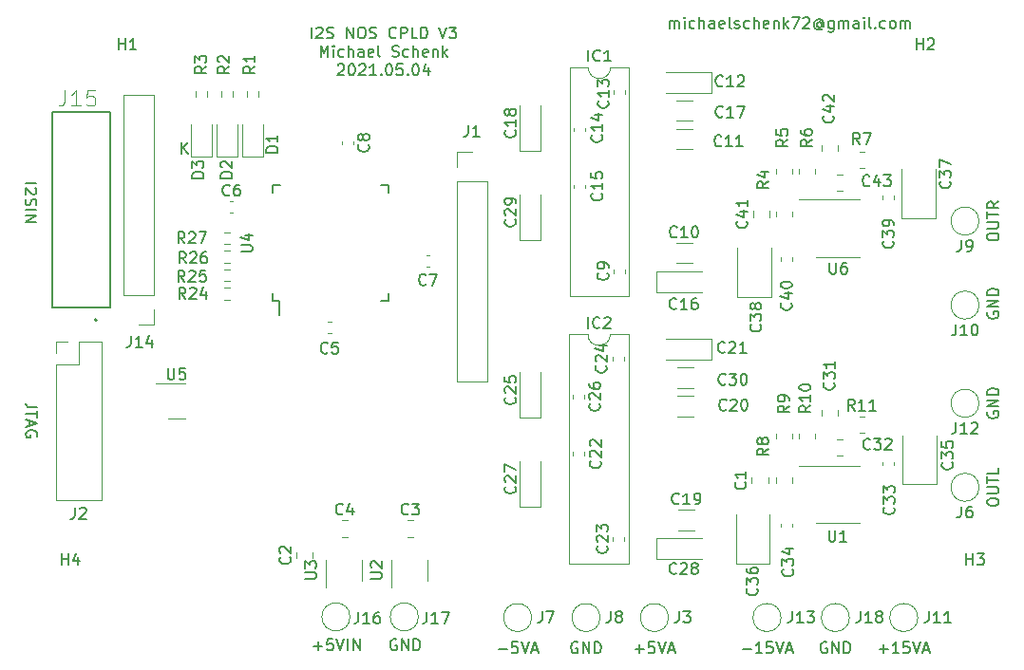
<source format=gbr>
G04 #@! TF.GenerationSoftware,KiCad,Pcbnew,(5.1.9-0-10_14)*
G04 #@! TF.CreationDate,2021-05-04T17:31:03+02:00*
G04 #@! TF.ProjectId,dac-i2s-nos,6461632d-6932-4732-9d6e-6f732e6b6963,rev?*
G04 #@! TF.SameCoordinates,Original*
G04 #@! TF.FileFunction,Legend,Top*
G04 #@! TF.FilePolarity,Positive*
%FSLAX46Y46*%
G04 Gerber Fmt 4.6, Leading zero omitted, Abs format (unit mm)*
G04 Created by KiCad (PCBNEW (5.1.9-0-10_14)) date 2021-05-04 17:31:03*
%MOMM*%
%LPD*%
G01*
G04 APERTURE LIST*
%ADD10C,0.150000*%
%ADD11C,0.120000*%
%ADD12C,0.200000*%
%ADD13C,0.127000*%
%ADD14C,0.015000*%
G04 APERTURE END LIST*
D10*
X122928095Y-75763380D02*
X122928095Y-74763380D01*
X123499523Y-75763380D02*
X123070952Y-75191952D01*
X123499523Y-74763380D02*
X122928095Y-75334809D01*
X194778380Y-106941761D02*
X194778380Y-106751285D01*
X194826000Y-106656047D01*
X194921238Y-106560809D01*
X195111714Y-106513190D01*
X195445047Y-106513190D01*
X195635523Y-106560809D01*
X195730761Y-106656047D01*
X195778380Y-106751285D01*
X195778380Y-106941761D01*
X195730761Y-107037000D01*
X195635523Y-107132238D01*
X195445047Y-107179857D01*
X195111714Y-107179857D01*
X194921238Y-107132238D01*
X194826000Y-107037000D01*
X194778380Y-106941761D01*
X194778380Y-106084619D02*
X195587904Y-106084619D01*
X195683142Y-106037000D01*
X195730761Y-105989380D01*
X195778380Y-105894142D01*
X195778380Y-105703666D01*
X195730761Y-105608428D01*
X195683142Y-105560809D01*
X195587904Y-105513190D01*
X194778380Y-105513190D01*
X194778380Y-105179857D02*
X194778380Y-104608428D01*
X195778380Y-104894142D02*
X194778380Y-104894142D01*
X195778380Y-103798904D02*
X195778380Y-104275095D01*
X194778380Y-104275095D01*
X194826000Y-98805904D02*
X194778380Y-98901142D01*
X194778380Y-99044000D01*
X194826000Y-99186857D01*
X194921238Y-99282095D01*
X195016476Y-99329714D01*
X195206952Y-99377333D01*
X195349809Y-99377333D01*
X195540285Y-99329714D01*
X195635523Y-99282095D01*
X195730761Y-99186857D01*
X195778380Y-99044000D01*
X195778380Y-98948761D01*
X195730761Y-98805904D01*
X195683142Y-98758285D01*
X195349809Y-98758285D01*
X195349809Y-98948761D01*
X195778380Y-98329714D02*
X194778380Y-98329714D01*
X195778380Y-97758285D01*
X194778380Y-97758285D01*
X195778380Y-97282095D02*
X194778380Y-97282095D01*
X194778380Y-97044000D01*
X194826000Y-96901142D01*
X194921238Y-96805904D01*
X195016476Y-96758285D01*
X195206952Y-96710666D01*
X195349809Y-96710666D01*
X195540285Y-96758285D01*
X195635523Y-96805904D01*
X195730761Y-96901142D01*
X195778380Y-97044000D01*
X195778380Y-97282095D01*
X110085119Y-98401333D02*
X109370833Y-98401333D01*
X109227976Y-98353714D01*
X109132738Y-98258476D01*
X109085119Y-98115619D01*
X109085119Y-98020380D01*
X110085119Y-98734666D02*
X110085119Y-99306095D01*
X109085119Y-99020380D02*
X110085119Y-99020380D01*
X109370833Y-99591809D02*
X109370833Y-100068000D01*
X109085119Y-99496571D02*
X110085119Y-99829904D01*
X109085119Y-100163238D01*
X110037500Y-101020380D02*
X110085119Y-100925142D01*
X110085119Y-100782285D01*
X110037500Y-100639428D01*
X109942261Y-100544190D01*
X109847023Y-100496571D01*
X109656547Y-100448952D01*
X109513690Y-100448952D01*
X109323214Y-100496571D01*
X109227976Y-100544190D01*
X109132738Y-100639428D01*
X109085119Y-100782285D01*
X109085119Y-100877523D01*
X109132738Y-101020380D01*
X109180357Y-101068000D01*
X109513690Y-101068000D01*
X109513690Y-100877523D01*
X194778380Y-83288000D02*
X194778380Y-83097523D01*
X194826000Y-83002285D01*
X194921238Y-82907047D01*
X195111714Y-82859428D01*
X195445047Y-82859428D01*
X195635523Y-82907047D01*
X195730761Y-83002285D01*
X195778380Y-83097523D01*
X195778380Y-83288000D01*
X195730761Y-83383238D01*
X195635523Y-83478476D01*
X195445047Y-83526095D01*
X195111714Y-83526095D01*
X194921238Y-83478476D01*
X194826000Y-83383238D01*
X194778380Y-83288000D01*
X194778380Y-82430857D02*
X195587904Y-82430857D01*
X195683142Y-82383238D01*
X195730761Y-82335619D01*
X195778380Y-82240380D01*
X195778380Y-82049904D01*
X195730761Y-81954666D01*
X195683142Y-81907047D01*
X195587904Y-81859428D01*
X194778380Y-81859428D01*
X194778380Y-81526095D02*
X194778380Y-80954666D01*
X195778380Y-81240380D02*
X194778380Y-81240380D01*
X195778380Y-80049904D02*
X195302190Y-80383238D01*
X195778380Y-80621333D02*
X194778380Y-80621333D01*
X194778380Y-80240380D01*
X194826000Y-80145142D01*
X194873619Y-80097523D01*
X194968857Y-80049904D01*
X195111714Y-80049904D01*
X195206952Y-80097523D01*
X195254571Y-80145142D01*
X195302190Y-80240380D01*
X195302190Y-80621333D01*
X194826000Y-89915904D02*
X194778380Y-90011142D01*
X194778380Y-90154000D01*
X194826000Y-90296857D01*
X194921238Y-90392095D01*
X195016476Y-90439714D01*
X195206952Y-90487333D01*
X195349809Y-90487333D01*
X195540285Y-90439714D01*
X195635523Y-90392095D01*
X195730761Y-90296857D01*
X195778380Y-90154000D01*
X195778380Y-90058761D01*
X195730761Y-89915904D01*
X195683142Y-89868285D01*
X195349809Y-89868285D01*
X195349809Y-90058761D01*
X195778380Y-89439714D02*
X194778380Y-89439714D01*
X195778380Y-88868285D01*
X194778380Y-88868285D01*
X195778380Y-88392095D02*
X194778380Y-88392095D01*
X194778380Y-88154000D01*
X194826000Y-88011142D01*
X194921238Y-87915904D01*
X195016476Y-87868285D01*
X195206952Y-87820666D01*
X195349809Y-87820666D01*
X195540285Y-87868285D01*
X195635523Y-87915904D01*
X195730761Y-88011142D01*
X195778380Y-88154000D01*
X195778380Y-88392095D01*
X185134523Y-119959428D02*
X185896428Y-119959428D01*
X185515476Y-120340380D02*
X185515476Y-119578476D01*
X186896428Y-120340380D02*
X186325000Y-120340380D01*
X186610714Y-120340380D02*
X186610714Y-119340380D01*
X186515476Y-119483238D01*
X186420238Y-119578476D01*
X186325000Y-119626095D01*
X187801190Y-119340380D02*
X187325000Y-119340380D01*
X187277380Y-119816571D01*
X187325000Y-119768952D01*
X187420238Y-119721333D01*
X187658333Y-119721333D01*
X187753571Y-119768952D01*
X187801190Y-119816571D01*
X187848809Y-119911809D01*
X187848809Y-120149904D01*
X187801190Y-120245142D01*
X187753571Y-120292761D01*
X187658333Y-120340380D01*
X187420238Y-120340380D01*
X187325000Y-120292761D01*
X187277380Y-120245142D01*
X188134523Y-119340380D02*
X188467857Y-120340380D01*
X188801190Y-119340380D01*
X189086904Y-120054666D02*
X189563095Y-120054666D01*
X188991666Y-120340380D02*
X189325000Y-119340380D01*
X189658333Y-120340380D01*
X172942523Y-119959428D02*
X173704428Y-119959428D01*
X174704428Y-120340380D02*
X174133000Y-120340380D01*
X174418714Y-120340380D02*
X174418714Y-119340380D01*
X174323476Y-119483238D01*
X174228238Y-119578476D01*
X174133000Y-119626095D01*
X175609190Y-119340380D02*
X175133000Y-119340380D01*
X175085380Y-119816571D01*
X175133000Y-119768952D01*
X175228238Y-119721333D01*
X175466333Y-119721333D01*
X175561571Y-119768952D01*
X175609190Y-119816571D01*
X175656809Y-119911809D01*
X175656809Y-120149904D01*
X175609190Y-120245142D01*
X175561571Y-120292761D01*
X175466333Y-120340380D01*
X175228238Y-120340380D01*
X175133000Y-120292761D01*
X175085380Y-120245142D01*
X175942523Y-119340380D02*
X176275857Y-120340380D01*
X176609190Y-119340380D01*
X176894904Y-120054666D02*
X177371095Y-120054666D01*
X176799666Y-120340380D02*
X177133000Y-119340380D01*
X177466333Y-120340380D01*
X180467095Y-119388000D02*
X180371857Y-119340380D01*
X180229000Y-119340380D01*
X180086142Y-119388000D01*
X179990904Y-119483238D01*
X179943285Y-119578476D01*
X179895666Y-119768952D01*
X179895666Y-119911809D01*
X179943285Y-120102285D01*
X179990904Y-120197523D01*
X180086142Y-120292761D01*
X180229000Y-120340380D01*
X180324238Y-120340380D01*
X180467095Y-120292761D01*
X180514714Y-120245142D01*
X180514714Y-119911809D01*
X180324238Y-119911809D01*
X180943285Y-120340380D02*
X180943285Y-119340380D01*
X181514714Y-120340380D01*
X181514714Y-119340380D01*
X181990904Y-120340380D02*
X181990904Y-119340380D01*
X182229000Y-119340380D01*
X182371857Y-119388000D01*
X182467095Y-119483238D01*
X182514714Y-119578476D01*
X182562333Y-119768952D01*
X182562333Y-119911809D01*
X182514714Y-120102285D01*
X182467095Y-120197523D01*
X182371857Y-120292761D01*
X182229000Y-120340380D01*
X181990904Y-120340380D01*
X163385714Y-119959428D02*
X164147619Y-119959428D01*
X163766666Y-120340380D02*
X163766666Y-119578476D01*
X165100000Y-119340380D02*
X164623809Y-119340380D01*
X164576190Y-119816571D01*
X164623809Y-119768952D01*
X164719047Y-119721333D01*
X164957142Y-119721333D01*
X165052380Y-119768952D01*
X165100000Y-119816571D01*
X165147619Y-119911809D01*
X165147619Y-120149904D01*
X165100000Y-120245142D01*
X165052380Y-120292761D01*
X164957142Y-120340380D01*
X164719047Y-120340380D01*
X164623809Y-120292761D01*
X164576190Y-120245142D01*
X165433333Y-119340380D02*
X165766666Y-120340380D01*
X166100000Y-119340380D01*
X166385714Y-120054666D02*
X166861904Y-120054666D01*
X166290476Y-120340380D02*
X166623809Y-119340380D01*
X166957142Y-120340380D01*
X158242095Y-119388000D02*
X158146857Y-119340380D01*
X158004000Y-119340380D01*
X157861142Y-119388000D01*
X157765904Y-119483238D01*
X157718285Y-119578476D01*
X157670666Y-119768952D01*
X157670666Y-119911809D01*
X157718285Y-120102285D01*
X157765904Y-120197523D01*
X157861142Y-120292761D01*
X158004000Y-120340380D01*
X158099238Y-120340380D01*
X158242095Y-120292761D01*
X158289714Y-120245142D01*
X158289714Y-119911809D01*
X158099238Y-119911809D01*
X158718285Y-120340380D02*
X158718285Y-119340380D01*
X159289714Y-120340380D01*
X159289714Y-119340380D01*
X159765904Y-120340380D02*
X159765904Y-119340380D01*
X160004000Y-119340380D01*
X160146857Y-119388000D01*
X160242095Y-119483238D01*
X160289714Y-119578476D01*
X160337333Y-119768952D01*
X160337333Y-119911809D01*
X160289714Y-120102285D01*
X160242095Y-120197523D01*
X160146857Y-120292761D01*
X160004000Y-120340380D01*
X159765904Y-120340380D01*
X151193714Y-119959428D02*
X151955619Y-119959428D01*
X152908000Y-119340380D02*
X152431809Y-119340380D01*
X152384190Y-119816571D01*
X152431809Y-119768952D01*
X152527047Y-119721333D01*
X152765142Y-119721333D01*
X152860380Y-119768952D01*
X152908000Y-119816571D01*
X152955619Y-119911809D01*
X152955619Y-120149904D01*
X152908000Y-120245142D01*
X152860380Y-120292761D01*
X152765142Y-120340380D01*
X152527047Y-120340380D01*
X152431809Y-120292761D01*
X152384190Y-120245142D01*
X153241333Y-119340380D02*
X153574666Y-120340380D01*
X153908000Y-119340380D01*
X154193714Y-120054666D02*
X154669904Y-120054666D01*
X154098476Y-120340380D02*
X154431809Y-119340380D01*
X154765142Y-120340380D01*
X109021619Y-78422714D02*
X110021619Y-78422714D01*
X109926380Y-78851285D02*
X109974000Y-78898904D01*
X110021619Y-78994142D01*
X110021619Y-79232238D01*
X109974000Y-79327476D01*
X109926380Y-79375095D01*
X109831142Y-79422714D01*
X109735904Y-79422714D01*
X109593047Y-79375095D01*
X109021619Y-78803666D01*
X109021619Y-79422714D01*
X109069238Y-79803666D02*
X109021619Y-79946523D01*
X109021619Y-80184619D01*
X109069238Y-80279857D01*
X109116857Y-80327476D01*
X109212095Y-80375095D01*
X109307333Y-80375095D01*
X109402571Y-80327476D01*
X109450190Y-80279857D01*
X109497809Y-80184619D01*
X109545428Y-79994142D01*
X109593047Y-79898904D01*
X109640666Y-79851285D01*
X109735904Y-79803666D01*
X109831142Y-79803666D01*
X109926380Y-79851285D01*
X109974000Y-79898904D01*
X110021619Y-79994142D01*
X110021619Y-80232238D01*
X109974000Y-80375095D01*
X109021619Y-80803666D02*
X110021619Y-80803666D01*
X109021619Y-81279857D02*
X110021619Y-81279857D01*
X109021619Y-81851285D01*
X110021619Y-81851285D01*
X134731380Y-119705428D02*
X135493285Y-119705428D01*
X135112333Y-120086380D02*
X135112333Y-119324476D01*
X136445666Y-119086380D02*
X135969476Y-119086380D01*
X135921857Y-119562571D01*
X135969476Y-119514952D01*
X136064714Y-119467333D01*
X136302809Y-119467333D01*
X136398047Y-119514952D01*
X136445666Y-119562571D01*
X136493285Y-119657809D01*
X136493285Y-119895904D01*
X136445666Y-119991142D01*
X136398047Y-120038761D01*
X136302809Y-120086380D01*
X136064714Y-120086380D01*
X135969476Y-120038761D01*
X135921857Y-119991142D01*
X136779000Y-119086380D02*
X137112333Y-120086380D01*
X137445666Y-119086380D01*
X137779000Y-120086380D02*
X137779000Y-119086380D01*
X138255190Y-120086380D02*
X138255190Y-119086380D01*
X138826619Y-120086380D01*
X138826619Y-119086380D01*
X142113095Y-119134000D02*
X142017857Y-119086380D01*
X141875000Y-119086380D01*
X141732142Y-119134000D01*
X141636904Y-119229238D01*
X141589285Y-119324476D01*
X141541666Y-119514952D01*
X141541666Y-119657809D01*
X141589285Y-119848285D01*
X141636904Y-119943523D01*
X141732142Y-120038761D01*
X141875000Y-120086380D01*
X141970238Y-120086380D01*
X142113095Y-120038761D01*
X142160714Y-119991142D01*
X142160714Y-119657809D01*
X141970238Y-119657809D01*
X142589285Y-120086380D02*
X142589285Y-119086380D01*
X143160714Y-120086380D01*
X143160714Y-119086380D01*
X143636904Y-120086380D02*
X143636904Y-119086380D01*
X143875000Y-119086380D01*
X144017857Y-119134000D01*
X144113095Y-119229238D01*
X144160714Y-119324476D01*
X144208333Y-119514952D01*
X144208333Y-119657809D01*
X144160714Y-119848285D01*
X144113095Y-119943523D01*
X144017857Y-120038761D01*
X143875000Y-120086380D01*
X143636904Y-120086380D01*
X166450714Y-64587380D02*
X166450714Y-63920714D01*
X166450714Y-64015952D02*
X166498333Y-63968333D01*
X166593571Y-63920714D01*
X166736428Y-63920714D01*
X166831666Y-63968333D01*
X166879285Y-64063571D01*
X166879285Y-64587380D01*
X166879285Y-64063571D02*
X166926904Y-63968333D01*
X167022142Y-63920714D01*
X167165000Y-63920714D01*
X167260238Y-63968333D01*
X167307857Y-64063571D01*
X167307857Y-64587380D01*
X167784047Y-64587380D02*
X167784047Y-63920714D01*
X167784047Y-63587380D02*
X167736428Y-63635000D01*
X167784047Y-63682619D01*
X167831666Y-63635000D01*
X167784047Y-63587380D01*
X167784047Y-63682619D01*
X168688809Y-64539761D02*
X168593571Y-64587380D01*
X168403095Y-64587380D01*
X168307857Y-64539761D01*
X168260238Y-64492142D01*
X168212619Y-64396904D01*
X168212619Y-64111190D01*
X168260238Y-64015952D01*
X168307857Y-63968333D01*
X168403095Y-63920714D01*
X168593571Y-63920714D01*
X168688809Y-63968333D01*
X169117380Y-64587380D02*
X169117380Y-63587380D01*
X169545952Y-64587380D02*
X169545952Y-64063571D01*
X169498333Y-63968333D01*
X169403095Y-63920714D01*
X169260238Y-63920714D01*
X169165000Y-63968333D01*
X169117380Y-64015952D01*
X170450714Y-64587380D02*
X170450714Y-64063571D01*
X170403095Y-63968333D01*
X170307857Y-63920714D01*
X170117380Y-63920714D01*
X170022142Y-63968333D01*
X170450714Y-64539761D02*
X170355476Y-64587380D01*
X170117380Y-64587380D01*
X170022142Y-64539761D01*
X169974523Y-64444523D01*
X169974523Y-64349285D01*
X170022142Y-64254047D01*
X170117380Y-64206428D01*
X170355476Y-64206428D01*
X170450714Y-64158809D01*
X171307857Y-64539761D02*
X171212619Y-64587380D01*
X171022142Y-64587380D01*
X170926904Y-64539761D01*
X170879285Y-64444523D01*
X170879285Y-64063571D01*
X170926904Y-63968333D01*
X171022142Y-63920714D01*
X171212619Y-63920714D01*
X171307857Y-63968333D01*
X171355476Y-64063571D01*
X171355476Y-64158809D01*
X170879285Y-64254047D01*
X171926904Y-64587380D02*
X171831666Y-64539761D01*
X171784047Y-64444523D01*
X171784047Y-63587380D01*
X172260238Y-64539761D02*
X172355476Y-64587380D01*
X172545952Y-64587380D01*
X172641190Y-64539761D01*
X172688809Y-64444523D01*
X172688809Y-64396904D01*
X172641190Y-64301666D01*
X172545952Y-64254047D01*
X172403095Y-64254047D01*
X172307857Y-64206428D01*
X172260238Y-64111190D01*
X172260238Y-64063571D01*
X172307857Y-63968333D01*
X172403095Y-63920714D01*
X172545952Y-63920714D01*
X172641190Y-63968333D01*
X173545952Y-64539761D02*
X173450714Y-64587380D01*
X173260238Y-64587380D01*
X173165000Y-64539761D01*
X173117380Y-64492142D01*
X173069761Y-64396904D01*
X173069761Y-64111190D01*
X173117380Y-64015952D01*
X173165000Y-63968333D01*
X173260238Y-63920714D01*
X173450714Y-63920714D01*
X173545952Y-63968333D01*
X173974523Y-64587380D02*
X173974523Y-63587380D01*
X174403095Y-64587380D02*
X174403095Y-64063571D01*
X174355476Y-63968333D01*
X174260238Y-63920714D01*
X174117380Y-63920714D01*
X174022142Y-63968333D01*
X173974523Y-64015952D01*
X175260238Y-64539761D02*
X175165000Y-64587380D01*
X174974523Y-64587380D01*
X174879285Y-64539761D01*
X174831666Y-64444523D01*
X174831666Y-64063571D01*
X174879285Y-63968333D01*
X174974523Y-63920714D01*
X175165000Y-63920714D01*
X175260238Y-63968333D01*
X175307857Y-64063571D01*
X175307857Y-64158809D01*
X174831666Y-64254047D01*
X175736428Y-63920714D02*
X175736428Y-64587380D01*
X175736428Y-64015952D02*
X175784047Y-63968333D01*
X175879285Y-63920714D01*
X176022142Y-63920714D01*
X176117380Y-63968333D01*
X176165000Y-64063571D01*
X176165000Y-64587380D01*
X176641190Y-64587380D02*
X176641190Y-63587380D01*
X176736428Y-64206428D02*
X177022142Y-64587380D01*
X177022142Y-63920714D02*
X176641190Y-64301666D01*
X177355476Y-63587380D02*
X178022142Y-63587380D01*
X177593571Y-64587380D01*
X178355476Y-63682619D02*
X178403095Y-63635000D01*
X178498333Y-63587380D01*
X178736428Y-63587380D01*
X178831666Y-63635000D01*
X178879285Y-63682619D01*
X178926904Y-63777857D01*
X178926904Y-63873095D01*
X178879285Y-64015952D01*
X178307857Y-64587380D01*
X178926904Y-64587380D01*
X179974523Y-64111190D02*
X179926904Y-64063571D01*
X179831666Y-64015952D01*
X179736428Y-64015952D01*
X179641190Y-64063571D01*
X179593571Y-64111190D01*
X179545952Y-64206428D01*
X179545952Y-64301666D01*
X179593571Y-64396904D01*
X179641190Y-64444523D01*
X179736428Y-64492142D01*
X179831666Y-64492142D01*
X179926904Y-64444523D01*
X179974523Y-64396904D01*
X179974523Y-64015952D02*
X179974523Y-64396904D01*
X180022142Y-64444523D01*
X180069761Y-64444523D01*
X180165000Y-64396904D01*
X180212619Y-64301666D01*
X180212619Y-64063571D01*
X180117380Y-63920714D01*
X179974523Y-63825476D01*
X179784047Y-63777857D01*
X179593571Y-63825476D01*
X179450714Y-63920714D01*
X179355476Y-64063571D01*
X179307857Y-64254047D01*
X179355476Y-64444523D01*
X179450714Y-64587380D01*
X179593571Y-64682619D01*
X179784047Y-64730238D01*
X179974523Y-64682619D01*
X180117380Y-64587380D01*
X181069761Y-63920714D02*
X181069761Y-64730238D01*
X181022142Y-64825476D01*
X180974523Y-64873095D01*
X180879285Y-64920714D01*
X180736428Y-64920714D01*
X180641190Y-64873095D01*
X181069761Y-64539761D02*
X180974523Y-64587380D01*
X180784047Y-64587380D01*
X180688809Y-64539761D01*
X180641190Y-64492142D01*
X180593571Y-64396904D01*
X180593571Y-64111190D01*
X180641190Y-64015952D01*
X180688809Y-63968333D01*
X180784047Y-63920714D01*
X180974523Y-63920714D01*
X181069761Y-63968333D01*
X181545952Y-64587380D02*
X181545952Y-63920714D01*
X181545952Y-64015952D02*
X181593571Y-63968333D01*
X181688809Y-63920714D01*
X181831666Y-63920714D01*
X181926904Y-63968333D01*
X181974523Y-64063571D01*
X181974523Y-64587380D01*
X181974523Y-64063571D02*
X182022142Y-63968333D01*
X182117380Y-63920714D01*
X182260238Y-63920714D01*
X182355476Y-63968333D01*
X182403095Y-64063571D01*
X182403095Y-64587380D01*
X183307857Y-64587380D02*
X183307857Y-64063571D01*
X183260238Y-63968333D01*
X183165000Y-63920714D01*
X182974523Y-63920714D01*
X182879285Y-63968333D01*
X183307857Y-64539761D02*
X183212619Y-64587380D01*
X182974523Y-64587380D01*
X182879285Y-64539761D01*
X182831666Y-64444523D01*
X182831666Y-64349285D01*
X182879285Y-64254047D01*
X182974523Y-64206428D01*
X183212619Y-64206428D01*
X183307857Y-64158809D01*
X183784047Y-64587380D02*
X183784047Y-63920714D01*
X183784047Y-63587380D02*
X183736428Y-63635000D01*
X183784047Y-63682619D01*
X183831666Y-63635000D01*
X183784047Y-63587380D01*
X183784047Y-63682619D01*
X184403095Y-64587380D02*
X184307857Y-64539761D01*
X184260238Y-64444523D01*
X184260238Y-63587380D01*
X184784047Y-64492142D02*
X184831666Y-64539761D01*
X184784047Y-64587380D01*
X184736428Y-64539761D01*
X184784047Y-64492142D01*
X184784047Y-64587380D01*
X185688809Y-64539761D02*
X185593571Y-64587380D01*
X185403095Y-64587380D01*
X185307857Y-64539761D01*
X185260238Y-64492142D01*
X185212619Y-64396904D01*
X185212619Y-64111190D01*
X185260238Y-64015952D01*
X185307857Y-63968333D01*
X185403095Y-63920714D01*
X185593571Y-63920714D01*
X185688809Y-63968333D01*
X186260238Y-64587380D02*
X186165000Y-64539761D01*
X186117380Y-64492142D01*
X186069761Y-64396904D01*
X186069761Y-64111190D01*
X186117380Y-64015952D01*
X186165000Y-63968333D01*
X186260238Y-63920714D01*
X186403095Y-63920714D01*
X186498333Y-63968333D01*
X186545952Y-64015952D01*
X186593571Y-64111190D01*
X186593571Y-64396904D01*
X186545952Y-64492142D01*
X186498333Y-64539761D01*
X186403095Y-64587380D01*
X186260238Y-64587380D01*
X187022142Y-64587380D02*
X187022142Y-63920714D01*
X187022142Y-64015952D02*
X187069761Y-63968333D01*
X187165000Y-63920714D01*
X187307857Y-63920714D01*
X187403095Y-63968333D01*
X187450714Y-64063571D01*
X187450714Y-64587380D01*
X187450714Y-64063571D02*
X187498333Y-63968333D01*
X187593571Y-63920714D01*
X187736428Y-63920714D01*
X187831666Y-63968333D01*
X187879285Y-64063571D01*
X187879285Y-64587380D01*
X134541428Y-65477380D02*
X134541428Y-64477380D01*
X134970000Y-64572619D02*
X135017619Y-64525000D01*
X135112857Y-64477380D01*
X135350952Y-64477380D01*
X135446190Y-64525000D01*
X135493809Y-64572619D01*
X135541428Y-64667857D01*
X135541428Y-64763095D01*
X135493809Y-64905952D01*
X134922380Y-65477380D01*
X135541428Y-65477380D01*
X135922380Y-65429761D02*
X136065238Y-65477380D01*
X136303333Y-65477380D01*
X136398571Y-65429761D01*
X136446190Y-65382142D01*
X136493809Y-65286904D01*
X136493809Y-65191666D01*
X136446190Y-65096428D01*
X136398571Y-65048809D01*
X136303333Y-65001190D01*
X136112857Y-64953571D01*
X136017619Y-64905952D01*
X135970000Y-64858333D01*
X135922380Y-64763095D01*
X135922380Y-64667857D01*
X135970000Y-64572619D01*
X136017619Y-64525000D01*
X136112857Y-64477380D01*
X136350952Y-64477380D01*
X136493809Y-64525000D01*
X137684285Y-65477380D02*
X137684285Y-64477380D01*
X138255714Y-65477380D01*
X138255714Y-64477380D01*
X138922380Y-64477380D02*
X139112857Y-64477380D01*
X139208095Y-64525000D01*
X139303333Y-64620238D01*
X139350952Y-64810714D01*
X139350952Y-65144047D01*
X139303333Y-65334523D01*
X139208095Y-65429761D01*
X139112857Y-65477380D01*
X138922380Y-65477380D01*
X138827142Y-65429761D01*
X138731904Y-65334523D01*
X138684285Y-65144047D01*
X138684285Y-64810714D01*
X138731904Y-64620238D01*
X138827142Y-64525000D01*
X138922380Y-64477380D01*
X139731904Y-65429761D02*
X139874761Y-65477380D01*
X140112857Y-65477380D01*
X140208095Y-65429761D01*
X140255714Y-65382142D01*
X140303333Y-65286904D01*
X140303333Y-65191666D01*
X140255714Y-65096428D01*
X140208095Y-65048809D01*
X140112857Y-65001190D01*
X139922380Y-64953571D01*
X139827142Y-64905952D01*
X139779523Y-64858333D01*
X139731904Y-64763095D01*
X139731904Y-64667857D01*
X139779523Y-64572619D01*
X139827142Y-64525000D01*
X139922380Y-64477380D01*
X140160476Y-64477380D01*
X140303333Y-64525000D01*
X142065238Y-65382142D02*
X142017619Y-65429761D01*
X141874761Y-65477380D01*
X141779523Y-65477380D01*
X141636666Y-65429761D01*
X141541428Y-65334523D01*
X141493809Y-65239285D01*
X141446190Y-65048809D01*
X141446190Y-64905952D01*
X141493809Y-64715476D01*
X141541428Y-64620238D01*
X141636666Y-64525000D01*
X141779523Y-64477380D01*
X141874761Y-64477380D01*
X142017619Y-64525000D01*
X142065238Y-64572619D01*
X142493809Y-65477380D02*
X142493809Y-64477380D01*
X142874761Y-64477380D01*
X142970000Y-64525000D01*
X143017619Y-64572619D01*
X143065238Y-64667857D01*
X143065238Y-64810714D01*
X143017619Y-64905952D01*
X142970000Y-64953571D01*
X142874761Y-65001190D01*
X142493809Y-65001190D01*
X143970000Y-65477380D02*
X143493809Y-65477380D01*
X143493809Y-64477380D01*
X144303333Y-65477380D02*
X144303333Y-64477380D01*
X144541428Y-64477380D01*
X144684285Y-64525000D01*
X144779523Y-64620238D01*
X144827142Y-64715476D01*
X144874761Y-64905952D01*
X144874761Y-65048809D01*
X144827142Y-65239285D01*
X144779523Y-65334523D01*
X144684285Y-65429761D01*
X144541428Y-65477380D01*
X144303333Y-65477380D01*
X145922380Y-64477380D02*
X146255714Y-65477380D01*
X146589047Y-64477380D01*
X146827142Y-64477380D02*
X147446190Y-64477380D01*
X147112857Y-64858333D01*
X147255714Y-64858333D01*
X147350952Y-64905952D01*
X147398571Y-64953571D01*
X147446190Y-65048809D01*
X147446190Y-65286904D01*
X147398571Y-65382142D01*
X147350952Y-65429761D01*
X147255714Y-65477380D01*
X146970000Y-65477380D01*
X146874761Y-65429761D01*
X146827142Y-65382142D01*
X135350952Y-67127380D02*
X135350952Y-66127380D01*
X135684285Y-66841666D01*
X136017619Y-66127380D01*
X136017619Y-67127380D01*
X136493809Y-67127380D02*
X136493809Y-66460714D01*
X136493809Y-66127380D02*
X136446190Y-66175000D01*
X136493809Y-66222619D01*
X136541428Y-66175000D01*
X136493809Y-66127380D01*
X136493809Y-66222619D01*
X137398571Y-67079761D02*
X137303333Y-67127380D01*
X137112857Y-67127380D01*
X137017619Y-67079761D01*
X136970000Y-67032142D01*
X136922380Y-66936904D01*
X136922380Y-66651190D01*
X136970000Y-66555952D01*
X137017619Y-66508333D01*
X137112857Y-66460714D01*
X137303333Y-66460714D01*
X137398571Y-66508333D01*
X137827142Y-67127380D02*
X137827142Y-66127380D01*
X138255714Y-67127380D02*
X138255714Y-66603571D01*
X138208095Y-66508333D01*
X138112857Y-66460714D01*
X137970000Y-66460714D01*
X137874761Y-66508333D01*
X137827142Y-66555952D01*
X139160476Y-67127380D02*
X139160476Y-66603571D01*
X139112857Y-66508333D01*
X139017619Y-66460714D01*
X138827142Y-66460714D01*
X138731904Y-66508333D01*
X139160476Y-67079761D02*
X139065238Y-67127380D01*
X138827142Y-67127380D01*
X138731904Y-67079761D01*
X138684285Y-66984523D01*
X138684285Y-66889285D01*
X138731904Y-66794047D01*
X138827142Y-66746428D01*
X139065238Y-66746428D01*
X139160476Y-66698809D01*
X140017619Y-67079761D02*
X139922380Y-67127380D01*
X139731904Y-67127380D01*
X139636666Y-67079761D01*
X139589047Y-66984523D01*
X139589047Y-66603571D01*
X139636666Y-66508333D01*
X139731904Y-66460714D01*
X139922380Y-66460714D01*
X140017619Y-66508333D01*
X140065238Y-66603571D01*
X140065238Y-66698809D01*
X139589047Y-66794047D01*
X140636666Y-67127380D02*
X140541428Y-67079761D01*
X140493809Y-66984523D01*
X140493809Y-66127380D01*
X141731904Y-67079761D02*
X141874761Y-67127380D01*
X142112857Y-67127380D01*
X142208095Y-67079761D01*
X142255714Y-67032142D01*
X142303333Y-66936904D01*
X142303333Y-66841666D01*
X142255714Y-66746428D01*
X142208095Y-66698809D01*
X142112857Y-66651190D01*
X141922380Y-66603571D01*
X141827142Y-66555952D01*
X141779523Y-66508333D01*
X141731904Y-66413095D01*
X141731904Y-66317857D01*
X141779523Y-66222619D01*
X141827142Y-66175000D01*
X141922380Y-66127380D01*
X142160476Y-66127380D01*
X142303333Y-66175000D01*
X143160476Y-67079761D02*
X143065238Y-67127380D01*
X142874761Y-67127380D01*
X142779523Y-67079761D01*
X142731904Y-67032142D01*
X142684285Y-66936904D01*
X142684285Y-66651190D01*
X142731904Y-66555952D01*
X142779523Y-66508333D01*
X142874761Y-66460714D01*
X143065238Y-66460714D01*
X143160476Y-66508333D01*
X143589047Y-67127380D02*
X143589047Y-66127380D01*
X144017619Y-67127380D02*
X144017619Y-66603571D01*
X143970000Y-66508333D01*
X143874761Y-66460714D01*
X143731904Y-66460714D01*
X143636666Y-66508333D01*
X143589047Y-66555952D01*
X144874761Y-67079761D02*
X144779523Y-67127380D01*
X144589047Y-67127380D01*
X144493809Y-67079761D01*
X144446190Y-66984523D01*
X144446190Y-66603571D01*
X144493809Y-66508333D01*
X144589047Y-66460714D01*
X144779523Y-66460714D01*
X144874761Y-66508333D01*
X144922380Y-66603571D01*
X144922380Y-66698809D01*
X144446190Y-66794047D01*
X145350952Y-66460714D02*
X145350952Y-67127380D01*
X145350952Y-66555952D02*
X145398571Y-66508333D01*
X145493809Y-66460714D01*
X145636666Y-66460714D01*
X145731904Y-66508333D01*
X145779523Y-66603571D01*
X145779523Y-67127380D01*
X146255714Y-67127380D02*
X146255714Y-66127380D01*
X146350952Y-66746428D02*
X146636666Y-67127380D01*
X146636666Y-66460714D02*
X146255714Y-66841666D01*
X136874761Y-67872619D02*
X136922380Y-67825000D01*
X137017619Y-67777380D01*
X137255714Y-67777380D01*
X137350952Y-67825000D01*
X137398571Y-67872619D01*
X137446190Y-67967857D01*
X137446190Y-68063095D01*
X137398571Y-68205952D01*
X136827142Y-68777380D01*
X137446190Y-68777380D01*
X138065238Y-67777380D02*
X138160476Y-67777380D01*
X138255714Y-67825000D01*
X138303333Y-67872619D01*
X138350952Y-67967857D01*
X138398571Y-68158333D01*
X138398571Y-68396428D01*
X138350952Y-68586904D01*
X138303333Y-68682142D01*
X138255714Y-68729761D01*
X138160476Y-68777380D01*
X138065238Y-68777380D01*
X137970000Y-68729761D01*
X137922380Y-68682142D01*
X137874761Y-68586904D01*
X137827142Y-68396428D01*
X137827142Y-68158333D01*
X137874761Y-67967857D01*
X137922380Y-67872619D01*
X137970000Y-67825000D01*
X138065238Y-67777380D01*
X138779523Y-67872619D02*
X138827142Y-67825000D01*
X138922380Y-67777380D01*
X139160476Y-67777380D01*
X139255714Y-67825000D01*
X139303333Y-67872619D01*
X139350952Y-67967857D01*
X139350952Y-68063095D01*
X139303333Y-68205952D01*
X138731904Y-68777380D01*
X139350952Y-68777380D01*
X140303333Y-68777380D02*
X139731904Y-68777380D01*
X140017619Y-68777380D02*
X140017619Y-67777380D01*
X139922380Y-67920238D01*
X139827142Y-68015476D01*
X139731904Y-68063095D01*
X140731904Y-68682142D02*
X140779523Y-68729761D01*
X140731904Y-68777380D01*
X140684285Y-68729761D01*
X140731904Y-68682142D01*
X140731904Y-68777380D01*
X141398571Y-67777380D02*
X141493809Y-67777380D01*
X141589047Y-67825000D01*
X141636666Y-67872619D01*
X141684285Y-67967857D01*
X141731904Y-68158333D01*
X141731904Y-68396428D01*
X141684285Y-68586904D01*
X141636666Y-68682142D01*
X141589047Y-68729761D01*
X141493809Y-68777380D01*
X141398571Y-68777380D01*
X141303333Y-68729761D01*
X141255714Y-68682142D01*
X141208095Y-68586904D01*
X141160476Y-68396428D01*
X141160476Y-68158333D01*
X141208095Y-67967857D01*
X141255714Y-67872619D01*
X141303333Y-67825000D01*
X141398571Y-67777380D01*
X142636666Y-67777380D02*
X142160476Y-67777380D01*
X142112857Y-68253571D01*
X142160476Y-68205952D01*
X142255714Y-68158333D01*
X142493809Y-68158333D01*
X142589047Y-68205952D01*
X142636666Y-68253571D01*
X142684285Y-68348809D01*
X142684285Y-68586904D01*
X142636666Y-68682142D01*
X142589047Y-68729761D01*
X142493809Y-68777380D01*
X142255714Y-68777380D01*
X142160476Y-68729761D01*
X142112857Y-68682142D01*
X143112857Y-68682142D02*
X143160476Y-68729761D01*
X143112857Y-68777380D01*
X143065238Y-68729761D01*
X143112857Y-68682142D01*
X143112857Y-68777380D01*
X143779523Y-67777380D02*
X143874761Y-67777380D01*
X143970000Y-67825000D01*
X144017619Y-67872619D01*
X144065238Y-67967857D01*
X144112857Y-68158333D01*
X144112857Y-68396428D01*
X144065238Y-68586904D01*
X144017619Y-68682142D01*
X143970000Y-68729761D01*
X143874761Y-68777380D01*
X143779523Y-68777380D01*
X143684285Y-68729761D01*
X143636666Y-68682142D01*
X143589047Y-68586904D01*
X143541428Y-68396428D01*
X143541428Y-68158333D01*
X143589047Y-67967857D01*
X143636666Y-67872619D01*
X143684285Y-67825000D01*
X143779523Y-67777380D01*
X144970000Y-68110714D02*
X144970000Y-68777380D01*
X144731904Y-67729761D02*
X144493809Y-68444047D01*
X145112857Y-68444047D01*
D11*
X158879000Y-97581767D02*
X158879000Y-97289233D01*
X157859000Y-97581767D02*
X157859000Y-97289233D01*
X161415000Y-93934233D02*
X161415000Y-94226767D01*
X162435000Y-93934233D02*
X162435000Y-94226767D01*
X162435000Y-110281767D02*
X162435000Y-109989233D01*
X161415000Y-110281767D02*
X161415000Y-109989233D01*
X158879000Y-102661767D02*
X158879000Y-102369233D01*
X157859000Y-102661767D02*
X157859000Y-102369233D01*
X158942500Y-78849267D02*
X158942500Y-78556733D01*
X157922500Y-78849267D02*
X157922500Y-78556733D01*
X158942500Y-73769267D02*
X158942500Y-73476733D01*
X157922500Y-73769267D02*
X157922500Y-73476733D01*
X161478500Y-70121733D02*
X161478500Y-70414267D01*
X162498500Y-70121733D02*
X162498500Y-70414267D01*
X162498500Y-86405767D02*
X162498500Y-86113233D01*
X161478500Y-86405767D02*
X161478500Y-86113233D01*
X181419500Y-79863000D02*
X177969500Y-79863000D01*
X181419500Y-79863000D02*
X183369500Y-79863000D01*
X181419500Y-84983000D02*
X179469500Y-84983000D01*
X181419500Y-84983000D02*
X183369500Y-84983000D01*
X183853064Y-75592000D02*
X183398936Y-75592000D01*
X183853064Y-77062000D02*
X183398936Y-77062000D01*
X177954000Y-77131936D02*
X177954000Y-77586064D01*
X179424000Y-77131936D02*
X179424000Y-77586064D01*
X175922000Y-77131936D02*
X175922000Y-77586064D01*
X177392000Y-77131936D02*
X177392000Y-77586064D01*
X175922000Y-80925936D02*
X175922000Y-81380064D01*
X177392000Y-80925936D02*
X177392000Y-81380064D01*
X181370248Y-79094000D02*
X181892752Y-79094000D01*
X181370248Y-77624000D02*
X181892752Y-77624000D01*
X181456000Y-75550752D02*
X181456000Y-75028248D01*
X179986000Y-75550752D02*
X179986000Y-75028248D01*
X175360000Y-81414252D02*
X175360000Y-80891748D01*
X173890000Y-81414252D02*
X173890000Y-80891748D01*
X177421000Y-85336767D02*
X177421000Y-85044233D01*
X176401000Y-85336767D02*
X176401000Y-85044233D01*
X186438000Y-79801767D02*
X186438000Y-79509233D01*
X185418000Y-79801767D02*
X185418000Y-79509233D01*
X175500000Y-88588000D02*
X175500000Y-84203000D01*
X172480000Y-88588000D02*
X175500000Y-88588000D01*
X172480000Y-84203000D02*
X172480000Y-88588000D01*
X190168500Y-81528000D02*
X190168500Y-77143000D01*
X187148500Y-81528000D02*
X190168500Y-81528000D01*
X187148500Y-77143000D02*
X187148500Y-81528000D01*
X154986000Y-83488000D02*
X154986000Y-79403000D01*
X153116000Y-83488000D02*
X154986000Y-83488000D01*
X153116000Y-79403000D02*
X153116000Y-83488000D01*
X154986000Y-75533000D02*
X154986000Y-71448000D01*
X153116000Y-75533000D02*
X154986000Y-75533000D01*
X153116000Y-71448000D02*
X153116000Y-75533000D01*
X170229000Y-68470500D02*
X166144000Y-68470500D01*
X170229000Y-70340500D02*
X170229000Y-68470500D01*
X166144000Y-70340500D02*
X170229000Y-70340500D01*
X165259000Y-88120500D02*
X169344000Y-88120500D01*
X165259000Y-86250500D02*
X165259000Y-88120500D01*
X169344000Y-86250500D02*
X165259000Y-86250500D01*
X166144000Y-94153000D02*
X170229000Y-94153000D01*
X170229000Y-94153000D02*
X170229000Y-92283000D01*
X170229000Y-92283000D02*
X166144000Y-92283000D01*
X169344000Y-110063000D02*
X165259000Y-110063000D01*
X165259000Y-110063000D02*
X165259000Y-111933000D01*
X165259000Y-111933000D02*
X169344000Y-111933000D01*
X153116000Y-103215500D02*
X153116000Y-107300500D01*
X153116000Y-107300500D02*
X154986000Y-107300500D01*
X154986000Y-107300500D02*
X154986000Y-103215500D01*
X153116000Y-95260500D02*
X153116000Y-99345500D01*
X153116000Y-99345500D02*
X154986000Y-99345500D01*
X154986000Y-99345500D02*
X154986000Y-95260500D01*
X181421000Y-108732000D02*
X183371000Y-108732000D01*
X181421000Y-108732000D02*
X179471000Y-108732000D01*
X181421000Y-103612000D02*
X183371000Y-103612000D01*
X181421000Y-103612000D02*
X177971000Y-103612000D01*
X177421000Y-109085767D02*
X177421000Y-108793233D01*
X176401000Y-109085767D02*
X176401000Y-108793233D01*
X186438000Y-103550767D02*
X186438000Y-103258233D01*
X185418000Y-103550767D02*
X185418000Y-103258233D01*
X183853064Y-100684000D02*
X183398936Y-100684000D01*
X183853064Y-99214000D02*
X183398936Y-99214000D01*
X179424000Y-100721936D02*
X179424000Y-101176064D01*
X177954000Y-100721936D02*
X177954000Y-101176064D01*
X177392000Y-100753936D02*
X177392000Y-101208064D01*
X175922000Y-100753936D02*
X175922000Y-101208064D01*
X177392000Y-104690936D02*
X177392000Y-105145064D01*
X175922000Y-104690936D02*
X175922000Y-105145064D01*
X172353000Y-107952000D02*
X172353000Y-112337000D01*
X172353000Y-112337000D02*
X175373000Y-112337000D01*
X175373000Y-112337000D02*
X175373000Y-107952000D01*
X187212000Y-100892000D02*
X187212000Y-105277000D01*
X187212000Y-105277000D02*
X190232000Y-105277000D01*
X190232000Y-105277000D02*
X190232000Y-100892000D01*
X181370248Y-101246000D02*
X181892752Y-101246000D01*
X181370248Y-102716000D02*
X181892752Y-102716000D01*
X179986000Y-99172752D02*
X179986000Y-98650248D01*
X181456000Y-99172752D02*
X181456000Y-98650248D01*
X173763000Y-105184752D02*
X173763000Y-104662248D01*
X175233000Y-105184752D02*
X175233000Y-104662248D01*
X122497000Y-96293500D02*
X120647000Y-96293500D01*
X122497000Y-96293500D02*
X123247000Y-96293500D01*
X122497000Y-99413500D02*
X121747000Y-99413500D01*
X122497000Y-99413500D02*
X123247000Y-99413500D01*
X111748000Y-92539000D02*
X112808000Y-92539000D01*
X111748000Y-93599000D02*
X111748000Y-92539000D01*
X113808000Y-92539000D02*
X115868000Y-92539000D01*
X113808000Y-94599000D02*
X113808000Y-92539000D01*
X111748000Y-94599000D02*
X113808000Y-94599000D01*
X115868000Y-92539000D02*
X115868000Y-106659000D01*
X111748000Y-94599000D02*
X111748000Y-106659000D01*
X111748000Y-106659000D02*
X115868000Y-106659000D01*
X147514000Y-96072000D02*
X150174000Y-96072000D01*
X147514000Y-78232000D02*
X147514000Y-96072000D01*
X150174000Y-78232000D02*
X150174000Y-96072000D01*
X147514000Y-78232000D02*
X150174000Y-78232000D01*
X147514000Y-76962000D02*
X147514000Y-75632000D01*
X147514000Y-75632000D02*
X148844000Y-75632000D01*
X194037000Y-98044000D02*
G75*
G03*
X194037000Y-98044000I-1251000J0D01*
G01*
X194037000Y-105537000D02*
G75*
G03*
X194037000Y-105537000I-1251000J0D01*
G01*
X162818000Y-91888000D02*
X161168000Y-91888000D01*
X162818000Y-112328000D02*
X162818000Y-91888000D01*
X157518000Y-112328000D02*
X162818000Y-112328000D01*
X157518000Y-91888000D02*
X157518000Y-112328000D01*
X159168000Y-91888000D02*
X157518000Y-91888000D01*
X161168000Y-91888000D02*
G75*
G02*
X159168000Y-91888000I-1000000J0D01*
G01*
X167182748Y-96668000D02*
X168605252Y-96668000D01*
X167182748Y-94848000D02*
X168605252Y-94848000D01*
X167182748Y-99208000D02*
X168605252Y-99208000D01*
X167182748Y-97388000D02*
X168605252Y-97388000D01*
X167221248Y-109368000D02*
X168643752Y-109368000D01*
X167221248Y-107548000D02*
X168643752Y-107548000D01*
X182480000Y-117157500D02*
G75*
G03*
X182480000Y-117157500I-1251000J0D01*
G01*
X176384000Y-117157500D02*
G75*
G03*
X176384000Y-117157500I-1251000J0D01*
G01*
X188576000Y-117157500D02*
G75*
G03*
X188576000Y-117157500I-1251000J0D01*
G01*
X194037000Y-89281000D02*
G75*
G03*
X194037000Y-89281000I-1251000J0D01*
G01*
X194037000Y-81788000D02*
G75*
G03*
X194037000Y-81788000I-1251000J0D01*
G01*
X160255000Y-117157500D02*
G75*
G03*
X160255000Y-117157500I-1251000J0D01*
G01*
X154159000Y-117157500D02*
G75*
G03*
X154159000Y-117157500I-1251000J0D01*
G01*
X166351000Y-117157500D02*
G75*
G03*
X166351000Y-117157500I-1251000J0D01*
G01*
X167030748Y-71035500D02*
X168453252Y-71035500D01*
X167030748Y-72855500D02*
X168453252Y-72855500D01*
X167030748Y-73575500D02*
X168453252Y-73575500D01*
X167030748Y-75395500D02*
X168453252Y-75395500D01*
X167030748Y-83735500D02*
X168453252Y-83735500D01*
X167030748Y-85555500D02*
X168453252Y-85555500D01*
X137237748Y-109955000D02*
X137760252Y-109955000D01*
X137237748Y-108485000D02*
X137760252Y-108485000D01*
X143079748Y-109955000D02*
X143602252Y-109955000D01*
X143079748Y-108485000D02*
X143602252Y-108485000D01*
X134656500Y-111872752D02*
X134656500Y-111350248D01*
X133186500Y-111872752D02*
X133186500Y-111350248D01*
X159192501Y-68063001D02*
X157542501Y-68063001D01*
X157542501Y-68063001D02*
X157542501Y-88503001D01*
X157542501Y-88503001D02*
X162842501Y-88503001D01*
X162842501Y-88503001D02*
X162842501Y-68063001D01*
X162842501Y-68063001D02*
X161192501Y-68063001D01*
X161192501Y-68063001D02*
G75*
G02*
X159192501Y-68063001I-1000000J0D01*
G01*
X124191500Y-70206776D02*
X124191500Y-70716224D01*
X125236500Y-70206776D02*
X125236500Y-70716224D01*
X126477500Y-70206776D02*
X126477500Y-70716224D01*
X127522500Y-70206776D02*
X127522500Y-70716224D01*
X128763500Y-70206776D02*
X128763500Y-70716224D01*
X129808500Y-70206776D02*
X129808500Y-70716224D01*
X125674000Y-76019000D02*
X125674000Y-73159000D01*
X123754000Y-76019000D02*
X125674000Y-76019000D01*
X123754000Y-73159000D02*
X123754000Y-76019000D01*
X127960000Y-76019000D02*
X127960000Y-73159000D01*
X126040000Y-76019000D02*
X127960000Y-76019000D01*
X126040000Y-73159000D02*
X126040000Y-76019000D01*
X130246000Y-76019000D02*
X130246000Y-73159000D01*
X128326000Y-76019000D02*
X130246000Y-76019000D01*
X128326000Y-73159000D02*
X128326000Y-76019000D01*
X138305000Y-74656733D02*
X138305000Y-74949267D01*
X137285000Y-74656733D02*
X137285000Y-74949267D01*
X145053267Y-85854000D02*
X144760733Y-85854000D01*
X145053267Y-84834000D02*
X144760733Y-84834000D01*
X127261233Y-80008000D02*
X127553767Y-80008000D01*
X127261233Y-81028000D02*
X127553767Y-81028000D01*
D10*
X131656000Y-88919000D02*
X131656000Y-90194000D01*
X131081000Y-78569000D02*
X131081000Y-79244000D01*
X141431000Y-78569000D02*
X141431000Y-79244000D01*
X141431000Y-88919000D02*
X141431000Y-88244000D01*
X131081000Y-88919000D02*
X131081000Y-88244000D01*
X141431000Y-88919000D02*
X140756000Y-88919000D01*
X141431000Y-78569000D02*
X140756000Y-78569000D01*
X131081000Y-78569000D02*
X131756000Y-78569000D01*
X131081000Y-88919000D02*
X131656000Y-88919000D01*
D11*
X135806500Y-112046000D02*
X135806500Y-114496000D01*
X139026500Y-113846000D02*
X139026500Y-112046000D01*
X141643500Y-112046000D02*
X141643500Y-114496000D01*
X144863500Y-113846000D02*
X144863500Y-112046000D01*
X136024233Y-91823000D02*
X136316767Y-91823000D01*
X136024233Y-90803000D02*
X136316767Y-90803000D01*
X126768776Y-83834500D02*
X127278224Y-83834500D01*
X126768776Y-82789500D02*
X127278224Y-82789500D01*
X126768776Y-85485500D02*
X127278224Y-85485500D01*
X126768776Y-84440500D02*
X127278224Y-84440500D01*
X126768776Y-87136500D02*
X127278224Y-87136500D01*
X126768776Y-86091500D02*
X127278224Y-86091500D01*
X126721776Y-88787500D02*
X127231224Y-88787500D01*
X126721776Y-87742500D02*
X127231224Y-87742500D01*
D12*
X115394000Y-90620000D02*
G75*
G03*
X115394000Y-90620000I-100000J0D01*
G01*
D13*
X111424000Y-89475000D02*
X111424000Y-72075000D01*
X111424000Y-72075000D02*
X116624000Y-72075000D01*
X116624000Y-72075000D02*
X116624000Y-89475000D01*
X116624000Y-89475000D02*
X111424000Y-89475000D01*
D11*
X120456000Y-90992000D02*
X119126000Y-90992000D01*
X120456000Y-89662000D02*
X120456000Y-90992000D01*
X120456000Y-88392000D02*
X117796000Y-88392000D01*
X117796000Y-88392000D02*
X117796000Y-70552000D01*
X120456000Y-88392000D02*
X120456000Y-70552000D01*
X120456000Y-70552000D02*
X117796000Y-70552000D01*
X144062500Y-117094000D02*
G75*
G03*
X144062500Y-117094000I-1251000J0D01*
G01*
X137966500Y-117094000D02*
G75*
G03*
X137966500Y-117094000I-1251000J0D01*
G01*
D10*
X160186642Y-98078357D02*
X160234261Y-98125976D01*
X160281880Y-98268833D01*
X160281880Y-98364071D01*
X160234261Y-98506928D01*
X160139023Y-98602166D01*
X160043785Y-98649785D01*
X159853309Y-98697404D01*
X159710452Y-98697404D01*
X159519976Y-98649785D01*
X159424738Y-98602166D01*
X159329500Y-98506928D01*
X159281880Y-98364071D01*
X159281880Y-98268833D01*
X159329500Y-98125976D01*
X159377119Y-98078357D01*
X159377119Y-97697404D02*
X159329500Y-97649785D01*
X159281880Y-97554547D01*
X159281880Y-97316452D01*
X159329500Y-97221214D01*
X159377119Y-97173595D01*
X159472357Y-97125976D01*
X159567595Y-97125976D01*
X159710452Y-97173595D01*
X160281880Y-97745023D01*
X160281880Y-97125976D01*
X159281880Y-96268833D02*
X159281880Y-96459309D01*
X159329500Y-96554547D01*
X159377119Y-96602166D01*
X159519976Y-96697404D01*
X159710452Y-96745023D01*
X160091404Y-96745023D01*
X160186642Y-96697404D01*
X160234261Y-96649785D01*
X160281880Y-96554547D01*
X160281880Y-96364071D01*
X160234261Y-96268833D01*
X160186642Y-96221214D01*
X160091404Y-96173595D01*
X159853309Y-96173595D01*
X159758071Y-96221214D01*
X159710452Y-96268833D01*
X159662833Y-96364071D01*
X159662833Y-96554547D01*
X159710452Y-96649785D01*
X159758071Y-96697404D01*
X159853309Y-96745023D01*
X160758142Y-94686357D02*
X160805761Y-94733976D01*
X160853380Y-94876833D01*
X160853380Y-94972071D01*
X160805761Y-95114928D01*
X160710523Y-95210166D01*
X160615285Y-95257785D01*
X160424809Y-95305404D01*
X160281952Y-95305404D01*
X160091476Y-95257785D01*
X159996238Y-95210166D01*
X159901000Y-95114928D01*
X159853380Y-94972071D01*
X159853380Y-94876833D01*
X159901000Y-94733976D01*
X159948619Y-94686357D01*
X159948619Y-94305404D02*
X159901000Y-94257785D01*
X159853380Y-94162547D01*
X159853380Y-93924452D01*
X159901000Y-93829214D01*
X159948619Y-93781595D01*
X160043857Y-93733976D01*
X160139095Y-93733976D01*
X160281952Y-93781595D01*
X160853380Y-94353023D01*
X160853380Y-93733976D01*
X160186714Y-92876833D02*
X160853380Y-92876833D01*
X159805761Y-93114928D02*
X160520047Y-93353023D01*
X160520047Y-92733976D01*
X160852142Y-110778357D02*
X160899761Y-110825976D01*
X160947380Y-110968833D01*
X160947380Y-111064071D01*
X160899761Y-111206928D01*
X160804523Y-111302166D01*
X160709285Y-111349785D01*
X160518809Y-111397404D01*
X160375952Y-111397404D01*
X160185476Y-111349785D01*
X160090238Y-111302166D01*
X159995000Y-111206928D01*
X159947380Y-111064071D01*
X159947380Y-110968833D01*
X159995000Y-110825976D01*
X160042619Y-110778357D01*
X160042619Y-110397404D02*
X159995000Y-110349785D01*
X159947380Y-110254547D01*
X159947380Y-110016452D01*
X159995000Y-109921214D01*
X160042619Y-109873595D01*
X160137857Y-109825976D01*
X160233095Y-109825976D01*
X160375952Y-109873595D01*
X160947380Y-110445023D01*
X160947380Y-109825976D01*
X159947380Y-109492642D02*
X159947380Y-108873595D01*
X160328333Y-109206928D01*
X160328333Y-109064071D01*
X160375952Y-108968833D01*
X160423571Y-108921214D01*
X160518809Y-108873595D01*
X160756904Y-108873595D01*
X160852142Y-108921214D01*
X160899761Y-108968833D01*
X160947380Y-109064071D01*
X160947380Y-109349785D01*
X160899761Y-109445023D01*
X160852142Y-109492642D01*
X160250142Y-103195357D02*
X160297761Y-103242976D01*
X160345380Y-103385833D01*
X160345380Y-103481071D01*
X160297761Y-103623928D01*
X160202523Y-103719166D01*
X160107285Y-103766785D01*
X159916809Y-103814404D01*
X159773952Y-103814404D01*
X159583476Y-103766785D01*
X159488238Y-103719166D01*
X159393000Y-103623928D01*
X159345380Y-103481071D01*
X159345380Y-103385833D01*
X159393000Y-103242976D01*
X159440619Y-103195357D01*
X159440619Y-102814404D02*
X159393000Y-102766785D01*
X159345380Y-102671547D01*
X159345380Y-102433452D01*
X159393000Y-102338214D01*
X159440619Y-102290595D01*
X159535857Y-102242976D01*
X159631095Y-102242976D01*
X159773952Y-102290595D01*
X160345380Y-102862023D01*
X160345380Y-102242976D01*
X159440619Y-101862023D02*
X159393000Y-101814404D01*
X159345380Y-101719166D01*
X159345380Y-101481071D01*
X159393000Y-101385833D01*
X159440619Y-101338214D01*
X159535857Y-101290595D01*
X159631095Y-101290595D01*
X159773952Y-101338214D01*
X160345380Y-101909642D01*
X160345380Y-101290595D01*
X160377142Y-79319357D02*
X160424761Y-79366976D01*
X160472380Y-79509833D01*
X160472380Y-79605071D01*
X160424761Y-79747928D01*
X160329523Y-79843166D01*
X160234285Y-79890785D01*
X160043809Y-79938404D01*
X159900952Y-79938404D01*
X159710476Y-79890785D01*
X159615238Y-79843166D01*
X159520000Y-79747928D01*
X159472380Y-79605071D01*
X159472380Y-79509833D01*
X159520000Y-79366976D01*
X159567619Y-79319357D01*
X160472380Y-78366976D02*
X160472380Y-78938404D01*
X160472380Y-78652690D02*
X159472380Y-78652690D01*
X159615238Y-78747928D01*
X159710476Y-78843166D01*
X159758095Y-78938404D01*
X159472380Y-77462214D02*
X159472380Y-77938404D01*
X159948571Y-77986023D01*
X159900952Y-77938404D01*
X159853333Y-77843166D01*
X159853333Y-77605071D01*
X159900952Y-77509833D01*
X159948571Y-77462214D01*
X160043809Y-77414595D01*
X160281904Y-77414595D01*
X160377142Y-77462214D01*
X160424761Y-77509833D01*
X160472380Y-77605071D01*
X160472380Y-77843166D01*
X160424761Y-77938404D01*
X160377142Y-77986023D01*
X160377142Y-74112357D02*
X160424761Y-74159976D01*
X160472380Y-74302833D01*
X160472380Y-74398071D01*
X160424761Y-74540928D01*
X160329523Y-74636166D01*
X160234285Y-74683785D01*
X160043809Y-74731404D01*
X159900952Y-74731404D01*
X159710476Y-74683785D01*
X159615238Y-74636166D01*
X159520000Y-74540928D01*
X159472380Y-74398071D01*
X159472380Y-74302833D01*
X159520000Y-74159976D01*
X159567619Y-74112357D01*
X160472380Y-73159976D02*
X160472380Y-73731404D01*
X160472380Y-73445690D02*
X159472380Y-73445690D01*
X159615238Y-73540928D01*
X159710476Y-73636166D01*
X159758095Y-73731404D01*
X159805714Y-72302833D02*
X160472380Y-72302833D01*
X159424761Y-72540928D02*
X160139047Y-72779023D01*
X160139047Y-72159976D01*
X160948642Y-71064357D02*
X160996261Y-71111976D01*
X161043880Y-71254833D01*
X161043880Y-71350071D01*
X160996261Y-71492928D01*
X160901023Y-71588166D01*
X160805785Y-71635785D01*
X160615309Y-71683404D01*
X160472452Y-71683404D01*
X160281976Y-71635785D01*
X160186738Y-71588166D01*
X160091500Y-71492928D01*
X160043880Y-71350071D01*
X160043880Y-71254833D01*
X160091500Y-71111976D01*
X160139119Y-71064357D01*
X161043880Y-70111976D02*
X161043880Y-70683404D01*
X161043880Y-70397690D02*
X160043880Y-70397690D01*
X160186738Y-70492928D01*
X160281976Y-70588166D01*
X160329595Y-70683404D01*
X160043880Y-69778642D02*
X160043880Y-69159595D01*
X160424833Y-69492928D01*
X160424833Y-69350071D01*
X160472452Y-69254833D01*
X160520071Y-69207214D01*
X160615309Y-69159595D01*
X160853404Y-69159595D01*
X160948642Y-69207214D01*
X160996261Y-69254833D01*
X161043880Y-69350071D01*
X161043880Y-69635785D01*
X160996261Y-69731023D01*
X160948642Y-69778642D01*
X160915642Y-86426166D02*
X160963261Y-86473785D01*
X161010880Y-86616642D01*
X161010880Y-86711880D01*
X160963261Y-86854738D01*
X160868023Y-86949976D01*
X160772785Y-86997595D01*
X160582309Y-87045214D01*
X160439452Y-87045214D01*
X160248976Y-86997595D01*
X160153738Y-86949976D01*
X160058500Y-86854738D01*
X160010880Y-86711880D01*
X160010880Y-86616642D01*
X160058500Y-86473785D01*
X160106119Y-86426166D01*
X161010880Y-85949976D02*
X161010880Y-85759500D01*
X160963261Y-85664261D01*
X160915642Y-85616642D01*
X160772785Y-85521404D01*
X160582309Y-85473785D01*
X160201357Y-85473785D01*
X160106119Y-85521404D01*
X160058500Y-85569023D01*
X160010880Y-85664261D01*
X160010880Y-85854738D01*
X160058500Y-85949976D01*
X160106119Y-85997595D01*
X160201357Y-86045214D01*
X160439452Y-86045214D01*
X160534690Y-85997595D01*
X160582309Y-85949976D01*
X160629928Y-85854738D01*
X160629928Y-85664261D01*
X160582309Y-85569023D01*
X160534690Y-85521404D01*
X160439452Y-85473785D01*
X180721095Y-85494880D02*
X180721095Y-86304404D01*
X180768714Y-86399642D01*
X180816333Y-86447261D01*
X180911571Y-86494880D01*
X181102047Y-86494880D01*
X181197285Y-86447261D01*
X181244904Y-86399642D01*
X181292523Y-86304404D01*
X181292523Y-85494880D01*
X182197285Y-85494880D02*
X182006809Y-85494880D01*
X181911571Y-85542500D01*
X181863952Y-85590119D01*
X181768714Y-85732976D01*
X181721095Y-85923452D01*
X181721095Y-86304404D01*
X181768714Y-86399642D01*
X181816333Y-86447261D01*
X181911571Y-86494880D01*
X182102047Y-86494880D01*
X182197285Y-86447261D01*
X182244904Y-86399642D01*
X182292523Y-86304404D01*
X182292523Y-86066309D01*
X182244904Y-85971071D01*
X182197285Y-85923452D01*
X182102047Y-85875833D01*
X181911571Y-85875833D01*
X181816333Y-85923452D01*
X181768714Y-85971071D01*
X181721095Y-86066309D01*
X183411833Y-74937880D02*
X183078500Y-74461690D01*
X182840404Y-74937880D02*
X182840404Y-73937880D01*
X183221357Y-73937880D01*
X183316595Y-73985500D01*
X183364214Y-74033119D01*
X183411833Y-74128357D01*
X183411833Y-74271214D01*
X183364214Y-74366452D01*
X183316595Y-74414071D01*
X183221357Y-74461690D01*
X182840404Y-74461690D01*
X183745166Y-73937880D02*
X184411833Y-73937880D01*
X183983261Y-74937880D01*
X179141380Y-74525166D02*
X178665190Y-74858500D01*
X179141380Y-75096595D02*
X178141380Y-75096595D01*
X178141380Y-74715642D01*
X178189000Y-74620404D01*
X178236619Y-74572785D01*
X178331857Y-74525166D01*
X178474714Y-74525166D01*
X178569952Y-74572785D01*
X178617571Y-74620404D01*
X178665190Y-74715642D01*
X178665190Y-75096595D01*
X178141380Y-73668023D02*
X178141380Y-73858500D01*
X178189000Y-73953738D01*
X178236619Y-74001357D01*
X178379476Y-74096595D01*
X178569952Y-74144214D01*
X178950904Y-74144214D01*
X179046142Y-74096595D01*
X179093761Y-74048976D01*
X179141380Y-73953738D01*
X179141380Y-73763261D01*
X179093761Y-73668023D01*
X179046142Y-73620404D01*
X178950904Y-73572785D01*
X178712809Y-73572785D01*
X178617571Y-73620404D01*
X178569952Y-73668023D01*
X178522333Y-73763261D01*
X178522333Y-73953738D01*
X178569952Y-74048976D01*
X178617571Y-74096595D01*
X178712809Y-74144214D01*
X176982380Y-74525166D02*
X176506190Y-74858500D01*
X176982380Y-75096595D02*
X175982380Y-75096595D01*
X175982380Y-74715642D01*
X176030000Y-74620404D01*
X176077619Y-74572785D01*
X176172857Y-74525166D01*
X176315714Y-74525166D01*
X176410952Y-74572785D01*
X176458571Y-74620404D01*
X176506190Y-74715642D01*
X176506190Y-75096595D01*
X175982380Y-73620404D02*
X175982380Y-74096595D01*
X176458571Y-74144214D01*
X176410952Y-74096595D01*
X176363333Y-74001357D01*
X176363333Y-73763261D01*
X176410952Y-73668023D01*
X176458571Y-73620404D01*
X176553809Y-73572785D01*
X176791904Y-73572785D01*
X176887142Y-73620404D01*
X176934761Y-73668023D01*
X176982380Y-73763261D01*
X176982380Y-74001357D01*
X176934761Y-74096595D01*
X176887142Y-74144214D01*
X175267880Y-78271666D02*
X174791690Y-78605000D01*
X175267880Y-78843095D02*
X174267880Y-78843095D01*
X174267880Y-78462142D01*
X174315500Y-78366904D01*
X174363119Y-78319285D01*
X174458357Y-78271666D01*
X174601214Y-78271666D01*
X174696452Y-78319285D01*
X174744071Y-78366904D01*
X174791690Y-78462142D01*
X174791690Y-78843095D01*
X174601214Y-77414523D02*
X175267880Y-77414523D01*
X174220261Y-77652619D02*
X174934547Y-77890714D01*
X174934547Y-77271666D01*
X184269142Y-78589142D02*
X184221523Y-78636761D01*
X184078666Y-78684380D01*
X183983428Y-78684380D01*
X183840571Y-78636761D01*
X183745333Y-78541523D01*
X183697714Y-78446285D01*
X183650095Y-78255809D01*
X183650095Y-78112952D01*
X183697714Y-77922476D01*
X183745333Y-77827238D01*
X183840571Y-77732000D01*
X183983428Y-77684380D01*
X184078666Y-77684380D01*
X184221523Y-77732000D01*
X184269142Y-77779619D01*
X185126285Y-78017714D02*
X185126285Y-78684380D01*
X184888190Y-77636761D02*
X184650095Y-78351047D01*
X185269142Y-78351047D01*
X185554857Y-77684380D02*
X186173904Y-77684380D01*
X185840571Y-78065333D01*
X185983428Y-78065333D01*
X186078666Y-78112952D01*
X186126285Y-78160571D01*
X186173904Y-78255809D01*
X186173904Y-78493904D01*
X186126285Y-78589142D01*
X186078666Y-78636761D01*
X185983428Y-78684380D01*
X185697714Y-78684380D01*
X185602476Y-78636761D01*
X185554857Y-78589142D01*
X181014642Y-72397857D02*
X181062261Y-72445476D01*
X181109880Y-72588333D01*
X181109880Y-72683571D01*
X181062261Y-72826428D01*
X180967023Y-72921666D01*
X180871785Y-72969285D01*
X180681309Y-73016904D01*
X180538452Y-73016904D01*
X180347976Y-72969285D01*
X180252738Y-72921666D01*
X180157500Y-72826428D01*
X180109880Y-72683571D01*
X180109880Y-72588333D01*
X180157500Y-72445476D01*
X180205119Y-72397857D01*
X180443214Y-71540714D02*
X181109880Y-71540714D01*
X180062261Y-71778809D02*
X180776547Y-72016904D01*
X180776547Y-71397857D01*
X180205119Y-71064523D02*
X180157500Y-71016904D01*
X180109880Y-70921666D01*
X180109880Y-70683571D01*
X180157500Y-70588333D01*
X180205119Y-70540714D01*
X180300357Y-70493095D01*
X180395595Y-70493095D01*
X180538452Y-70540714D01*
X181109880Y-71112142D01*
X181109880Y-70493095D01*
X173302142Y-81795857D02*
X173349761Y-81843476D01*
X173397380Y-81986333D01*
X173397380Y-82081571D01*
X173349761Y-82224428D01*
X173254523Y-82319666D01*
X173159285Y-82367285D01*
X172968809Y-82414904D01*
X172825952Y-82414904D01*
X172635476Y-82367285D01*
X172540238Y-82319666D01*
X172445000Y-82224428D01*
X172397380Y-82081571D01*
X172397380Y-81986333D01*
X172445000Y-81843476D01*
X172492619Y-81795857D01*
X172730714Y-80938714D02*
X173397380Y-80938714D01*
X172349761Y-81176809D02*
X173064047Y-81414904D01*
X173064047Y-80795857D01*
X173397380Y-79891095D02*
X173397380Y-80462523D01*
X173397380Y-80176809D02*
X172397380Y-80176809D01*
X172540238Y-80272047D01*
X172635476Y-80367285D01*
X172683095Y-80462523D01*
X177268142Y-89098357D02*
X177315761Y-89145976D01*
X177363380Y-89288833D01*
X177363380Y-89384071D01*
X177315761Y-89526928D01*
X177220523Y-89622166D01*
X177125285Y-89669785D01*
X176934809Y-89717404D01*
X176791952Y-89717404D01*
X176601476Y-89669785D01*
X176506238Y-89622166D01*
X176411000Y-89526928D01*
X176363380Y-89384071D01*
X176363380Y-89288833D01*
X176411000Y-89145976D01*
X176458619Y-89098357D01*
X176696714Y-88241214D02*
X177363380Y-88241214D01*
X176315761Y-88479309D02*
X177030047Y-88717404D01*
X177030047Y-88098357D01*
X176363380Y-87526928D02*
X176363380Y-87431690D01*
X176411000Y-87336452D01*
X176458619Y-87288833D01*
X176553857Y-87241214D01*
X176744333Y-87193595D01*
X176982428Y-87193595D01*
X177172904Y-87241214D01*
X177268142Y-87288833D01*
X177315761Y-87336452D01*
X177363380Y-87431690D01*
X177363380Y-87526928D01*
X177315761Y-87622166D01*
X177268142Y-87669785D01*
X177172904Y-87717404D01*
X176982428Y-87765023D01*
X176744333Y-87765023D01*
X176553857Y-87717404D01*
X176458619Y-87669785D01*
X176411000Y-87622166D01*
X176363380Y-87526928D01*
X186348642Y-83573857D02*
X186396261Y-83621476D01*
X186443880Y-83764333D01*
X186443880Y-83859571D01*
X186396261Y-84002428D01*
X186301023Y-84097666D01*
X186205785Y-84145285D01*
X186015309Y-84192904D01*
X185872452Y-84192904D01*
X185681976Y-84145285D01*
X185586738Y-84097666D01*
X185491500Y-84002428D01*
X185443880Y-83859571D01*
X185443880Y-83764333D01*
X185491500Y-83621476D01*
X185539119Y-83573857D01*
X185443880Y-83240523D02*
X185443880Y-82621476D01*
X185824833Y-82954809D01*
X185824833Y-82811952D01*
X185872452Y-82716714D01*
X185920071Y-82669095D01*
X186015309Y-82621476D01*
X186253404Y-82621476D01*
X186348642Y-82669095D01*
X186396261Y-82716714D01*
X186443880Y-82811952D01*
X186443880Y-83097666D01*
X186396261Y-83192904D01*
X186348642Y-83240523D01*
X186443880Y-82145285D02*
X186443880Y-81954809D01*
X186396261Y-81859571D01*
X186348642Y-81811952D01*
X186205785Y-81716714D01*
X186015309Y-81669095D01*
X185634357Y-81669095D01*
X185539119Y-81716714D01*
X185491500Y-81764333D01*
X185443880Y-81859571D01*
X185443880Y-82050047D01*
X185491500Y-82145285D01*
X185539119Y-82192904D01*
X185634357Y-82240523D01*
X185872452Y-82240523D01*
X185967690Y-82192904D01*
X186015309Y-82145285D01*
X186062928Y-82050047D01*
X186062928Y-81859571D01*
X186015309Y-81764333D01*
X185967690Y-81716714D01*
X185872452Y-81669095D01*
X174537642Y-91003357D02*
X174585261Y-91050976D01*
X174632880Y-91193833D01*
X174632880Y-91289071D01*
X174585261Y-91431928D01*
X174490023Y-91527166D01*
X174394785Y-91574785D01*
X174204309Y-91622404D01*
X174061452Y-91622404D01*
X173870976Y-91574785D01*
X173775738Y-91527166D01*
X173680500Y-91431928D01*
X173632880Y-91289071D01*
X173632880Y-91193833D01*
X173680500Y-91050976D01*
X173728119Y-91003357D01*
X173632880Y-90670023D02*
X173632880Y-90050976D01*
X174013833Y-90384309D01*
X174013833Y-90241452D01*
X174061452Y-90146214D01*
X174109071Y-90098595D01*
X174204309Y-90050976D01*
X174442404Y-90050976D01*
X174537642Y-90098595D01*
X174585261Y-90146214D01*
X174632880Y-90241452D01*
X174632880Y-90527166D01*
X174585261Y-90622404D01*
X174537642Y-90670023D01*
X174061452Y-89479547D02*
X174013833Y-89574785D01*
X173966214Y-89622404D01*
X173870976Y-89670023D01*
X173823357Y-89670023D01*
X173728119Y-89622404D01*
X173680500Y-89574785D01*
X173632880Y-89479547D01*
X173632880Y-89289071D01*
X173680500Y-89193833D01*
X173728119Y-89146214D01*
X173823357Y-89098595D01*
X173870976Y-89098595D01*
X173966214Y-89146214D01*
X174013833Y-89193833D01*
X174061452Y-89289071D01*
X174061452Y-89479547D01*
X174109071Y-89574785D01*
X174156690Y-89622404D01*
X174251928Y-89670023D01*
X174442404Y-89670023D01*
X174537642Y-89622404D01*
X174585261Y-89574785D01*
X174632880Y-89479547D01*
X174632880Y-89289071D01*
X174585261Y-89193833D01*
X174537642Y-89146214D01*
X174442404Y-89098595D01*
X174251928Y-89098595D01*
X174156690Y-89146214D01*
X174109071Y-89193833D01*
X174061452Y-89289071D01*
X191428642Y-78239857D02*
X191476261Y-78287476D01*
X191523880Y-78430333D01*
X191523880Y-78525571D01*
X191476261Y-78668428D01*
X191381023Y-78763666D01*
X191285785Y-78811285D01*
X191095309Y-78858904D01*
X190952452Y-78858904D01*
X190761976Y-78811285D01*
X190666738Y-78763666D01*
X190571500Y-78668428D01*
X190523880Y-78525571D01*
X190523880Y-78430333D01*
X190571500Y-78287476D01*
X190619119Y-78239857D01*
X190523880Y-77906523D02*
X190523880Y-77287476D01*
X190904833Y-77620809D01*
X190904833Y-77477952D01*
X190952452Y-77382714D01*
X191000071Y-77335095D01*
X191095309Y-77287476D01*
X191333404Y-77287476D01*
X191428642Y-77335095D01*
X191476261Y-77382714D01*
X191523880Y-77477952D01*
X191523880Y-77763666D01*
X191476261Y-77858904D01*
X191428642Y-77906523D01*
X190523880Y-76954142D02*
X190523880Y-76287476D01*
X191523880Y-76716047D01*
X152658142Y-81645857D02*
X152705761Y-81693476D01*
X152753380Y-81836333D01*
X152753380Y-81931571D01*
X152705761Y-82074428D01*
X152610523Y-82169666D01*
X152515285Y-82217285D01*
X152324809Y-82264904D01*
X152181952Y-82264904D01*
X151991476Y-82217285D01*
X151896238Y-82169666D01*
X151801000Y-82074428D01*
X151753380Y-81931571D01*
X151753380Y-81836333D01*
X151801000Y-81693476D01*
X151848619Y-81645857D01*
X151848619Y-81264904D02*
X151801000Y-81217285D01*
X151753380Y-81122047D01*
X151753380Y-80883952D01*
X151801000Y-80788714D01*
X151848619Y-80741095D01*
X151943857Y-80693476D01*
X152039095Y-80693476D01*
X152181952Y-80741095D01*
X152753380Y-81312523D01*
X152753380Y-80693476D01*
X152753380Y-80217285D02*
X152753380Y-80026809D01*
X152705761Y-79931571D01*
X152658142Y-79883952D01*
X152515285Y-79788714D01*
X152324809Y-79741095D01*
X151943857Y-79741095D01*
X151848619Y-79788714D01*
X151801000Y-79836333D01*
X151753380Y-79931571D01*
X151753380Y-80122047D01*
X151801000Y-80217285D01*
X151848619Y-80264904D01*
X151943857Y-80312523D01*
X152181952Y-80312523D01*
X152277190Y-80264904D01*
X152324809Y-80217285D01*
X152372428Y-80122047D01*
X152372428Y-79931571D01*
X152324809Y-79836333D01*
X152277190Y-79788714D01*
X152181952Y-79741095D01*
X152658142Y-73690857D02*
X152705761Y-73738476D01*
X152753380Y-73881333D01*
X152753380Y-73976571D01*
X152705761Y-74119428D01*
X152610523Y-74214666D01*
X152515285Y-74262285D01*
X152324809Y-74309904D01*
X152181952Y-74309904D01*
X151991476Y-74262285D01*
X151896238Y-74214666D01*
X151801000Y-74119428D01*
X151753380Y-73976571D01*
X151753380Y-73881333D01*
X151801000Y-73738476D01*
X151848619Y-73690857D01*
X152753380Y-72738476D02*
X152753380Y-73309904D01*
X152753380Y-73024190D02*
X151753380Y-73024190D01*
X151896238Y-73119428D01*
X151991476Y-73214666D01*
X152039095Y-73309904D01*
X152181952Y-72167047D02*
X152134333Y-72262285D01*
X152086714Y-72309904D01*
X151991476Y-72357523D01*
X151943857Y-72357523D01*
X151848619Y-72309904D01*
X151801000Y-72262285D01*
X151753380Y-72167047D01*
X151753380Y-71976571D01*
X151801000Y-71881333D01*
X151848619Y-71833714D01*
X151943857Y-71786095D01*
X151991476Y-71786095D01*
X152086714Y-71833714D01*
X152134333Y-71881333D01*
X152181952Y-71976571D01*
X152181952Y-72167047D01*
X152229571Y-72262285D01*
X152277190Y-72309904D01*
X152372428Y-72357523D01*
X152562904Y-72357523D01*
X152658142Y-72309904D01*
X152705761Y-72262285D01*
X152753380Y-72167047D01*
X152753380Y-71976571D01*
X152705761Y-71881333D01*
X152658142Y-71833714D01*
X152562904Y-71786095D01*
X152372428Y-71786095D01*
X152277190Y-71833714D01*
X152229571Y-71881333D01*
X152181952Y-71976571D01*
X171188142Y-72429642D02*
X171140523Y-72477261D01*
X170997666Y-72524880D01*
X170902428Y-72524880D01*
X170759571Y-72477261D01*
X170664333Y-72382023D01*
X170616714Y-72286785D01*
X170569095Y-72096309D01*
X170569095Y-71953452D01*
X170616714Y-71762976D01*
X170664333Y-71667738D01*
X170759571Y-71572500D01*
X170902428Y-71524880D01*
X170997666Y-71524880D01*
X171140523Y-71572500D01*
X171188142Y-71620119D01*
X172140523Y-72524880D02*
X171569095Y-72524880D01*
X171854809Y-72524880D02*
X171854809Y-71524880D01*
X171759571Y-71667738D01*
X171664333Y-71762976D01*
X171569095Y-71810595D01*
X172473857Y-71524880D02*
X173140523Y-71524880D01*
X172711952Y-72524880D01*
X167060642Y-89574642D02*
X167013023Y-89622261D01*
X166870166Y-89669880D01*
X166774928Y-89669880D01*
X166632071Y-89622261D01*
X166536833Y-89527023D01*
X166489214Y-89431785D01*
X166441595Y-89241309D01*
X166441595Y-89098452D01*
X166489214Y-88907976D01*
X166536833Y-88812738D01*
X166632071Y-88717500D01*
X166774928Y-88669880D01*
X166870166Y-88669880D01*
X167013023Y-88717500D01*
X167060642Y-88765119D01*
X168013023Y-89669880D02*
X167441595Y-89669880D01*
X167727309Y-89669880D02*
X167727309Y-88669880D01*
X167632071Y-88812738D01*
X167536833Y-88907976D01*
X167441595Y-88955595D01*
X168870166Y-88669880D02*
X168679690Y-88669880D01*
X168584452Y-88717500D01*
X168536833Y-88765119D01*
X168441595Y-88907976D01*
X168393976Y-89098452D01*
X168393976Y-89479404D01*
X168441595Y-89574642D01*
X168489214Y-89622261D01*
X168584452Y-89669880D01*
X168774928Y-89669880D01*
X168870166Y-89622261D01*
X168917785Y-89574642D01*
X168965404Y-89479404D01*
X168965404Y-89241309D01*
X168917785Y-89146071D01*
X168870166Y-89098452D01*
X168774928Y-89050833D01*
X168584452Y-89050833D01*
X168489214Y-89098452D01*
X168441595Y-89146071D01*
X168393976Y-89241309D01*
X171442142Y-96305642D02*
X171394523Y-96353261D01*
X171251666Y-96400880D01*
X171156428Y-96400880D01*
X171013571Y-96353261D01*
X170918333Y-96258023D01*
X170870714Y-96162785D01*
X170823095Y-95972309D01*
X170823095Y-95829452D01*
X170870714Y-95638976D01*
X170918333Y-95543738D01*
X171013571Y-95448500D01*
X171156428Y-95400880D01*
X171251666Y-95400880D01*
X171394523Y-95448500D01*
X171442142Y-95496119D01*
X171775476Y-95400880D02*
X172394523Y-95400880D01*
X172061190Y-95781833D01*
X172204047Y-95781833D01*
X172299285Y-95829452D01*
X172346904Y-95877071D01*
X172394523Y-95972309D01*
X172394523Y-96210404D01*
X172346904Y-96305642D01*
X172299285Y-96353261D01*
X172204047Y-96400880D01*
X171918333Y-96400880D01*
X171823095Y-96353261D01*
X171775476Y-96305642D01*
X173013571Y-95400880D02*
X173108809Y-95400880D01*
X173204047Y-95448500D01*
X173251666Y-95496119D01*
X173299285Y-95591357D01*
X173346904Y-95781833D01*
X173346904Y-96019928D01*
X173299285Y-96210404D01*
X173251666Y-96305642D01*
X173204047Y-96353261D01*
X173108809Y-96400880D01*
X173013571Y-96400880D01*
X172918333Y-96353261D01*
X172870714Y-96305642D01*
X172823095Y-96210404D01*
X172775476Y-96019928D01*
X172775476Y-95781833D01*
X172823095Y-95591357D01*
X172870714Y-95496119D01*
X172918333Y-95448500D01*
X173013571Y-95400880D01*
X167060642Y-113196642D02*
X167013023Y-113244261D01*
X166870166Y-113291880D01*
X166774928Y-113291880D01*
X166632071Y-113244261D01*
X166536833Y-113149023D01*
X166489214Y-113053785D01*
X166441595Y-112863309D01*
X166441595Y-112720452D01*
X166489214Y-112529976D01*
X166536833Y-112434738D01*
X166632071Y-112339500D01*
X166774928Y-112291880D01*
X166870166Y-112291880D01*
X167013023Y-112339500D01*
X167060642Y-112387119D01*
X167441595Y-112387119D02*
X167489214Y-112339500D01*
X167584452Y-112291880D01*
X167822547Y-112291880D01*
X167917785Y-112339500D01*
X167965404Y-112387119D01*
X168013023Y-112482357D01*
X168013023Y-112577595D01*
X167965404Y-112720452D01*
X167393976Y-113291880D01*
X168013023Y-113291880D01*
X168584452Y-112720452D02*
X168489214Y-112672833D01*
X168441595Y-112625214D01*
X168393976Y-112529976D01*
X168393976Y-112482357D01*
X168441595Y-112387119D01*
X168489214Y-112339500D01*
X168584452Y-112291880D01*
X168774928Y-112291880D01*
X168870166Y-112339500D01*
X168917785Y-112387119D01*
X168965404Y-112482357D01*
X168965404Y-112529976D01*
X168917785Y-112625214D01*
X168870166Y-112672833D01*
X168774928Y-112720452D01*
X168584452Y-112720452D01*
X168489214Y-112768071D01*
X168441595Y-112815690D01*
X168393976Y-112910928D01*
X168393976Y-113101404D01*
X168441595Y-113196642D01*
X168489214Y-113244261D01*
X168584452Y-113291880D01*
X168774928Y-113291880D01*
X168870166Y-113244261D01*
X168917785Y-113196642D01*
X168965404Y-113101404D01*
X168965404Y-112910928D01*
X168917785Y-112815690D01*
X168870166Y-112768071D01*
X168774928Y-112720452D01*
X152658142Y-105458357D02*
X152705761Y-105505976D01*
X152753380Y-105648833D01*
X152753380Y-105744071D01*
X152705761Y-105886928D01*
X152610523Y-105982166D01*
X152515285Y-106029785D01*
X152324809Y-106077404D01*
X152181952Y-106077404D01*
X151991476Y-106029785D01*
X151896238Y-105982166D01*
X151801000Y-105886928D01*
X151753380Y-105744071D01*
X151753380Y-105648833D01*
X151801000Y-105505976D01*
X151848619Y-105458357D01*
X151848619Y-105077404D02*
X151801000Y-105029785D01*
X151753380Y-104934547D01*
X151753380Y-104696452D01*
X151801000Y-104601214D01*
X151848619Y-104553595D01*
X151943857Y-104505976D01*
X152039095Y-104505976D01*
X152181952Y-104553595D01*
X152753380Y-105125023D01*
X152753380Y-104505976D01*
X151753380Y-104172642D02*
X151753380Y-103505976D01*
X152753380Y-103934547D01*
X152658142Y-97503357D02*
X152705761Y-97550976D01*
X152753380Y-97693833D01*
X152753380Y-97789071D01*
X152705761Y-97931928D01*
X152610523Y-98027166D01*
X152515285Y-98074785D01*
X152324809Y-98122404D01*
X152181952Y-98122404D01*
X151991476Y-98074785D01*
X151896238Y-98027166D01*
X151801000Y-97931928D01*
X151753380Y-97789071D01*
X151753380Y-97693833D01*
X151801000Y-97550976D01*
X151848619Y-97503357D01*
X151848619Y-97122404D02*
X151801000Y-97074785D01*
X151753380Y-96979547D01*
X151753380Y-96741452D01*
X151801000Y-96646214D01*
X151848619Y-96598595D01*
X151943857Y-96550976D01*
X152039095Y-96550976D01*
X152181952Y-96598595D01*
X152753380Y-97170023D01*
X152753380Y-96550976D01*
X151753380Y-95646214D02*
X151753380Y-96122404D01*
X152229571Y-96170023D01*
X152181952Y-96122404D01*
X152134333Y-96027166D01*
X152134333Y-95789071D01*
X152181952Y-95693833D01*
X152229571Y-95646214D01*
X152324809Y-95598595D01*
X152562904Y-95598595D01*
X152658142Y-95646214D01*
X152705761Y-95693833D01*
X152753380Y-95789071D01*
X152753380Y-96027166D01*
X152705761Y-96122404D01*
X152658142Y-96170023D01*
X180659095Y-109370880D02*
X180659095Y-110180404D01*
X180706714Y-110275642D01*
X180754333Y-110323261D01*
X180849571Y-110370880D01*
X181040047Y-110370880D01*
X181135285Y-110323261D01*
X181182904Y-110275642D01*
X181230523Y-110180404D01*
X181230523Y-109370880D01*
X182230523Y-110370880D02*
X181659095Y-110370880D01*
X181944809Y-110370880D02*
X181944809Y-109370880D01*
X181849571Y-109513738D01*
X181754333Y-109608976D01*
X181659095Y-109656595D01*
X177395142Y-112847357D02*
X177442761Y-112894976D01*
X177490380Y-113037833D01*
X177490380Y-113133071D01*
X177442761Y-113275928D01*
X177347523Y-113371166D01*
X177252285Y-113418785D01*
X177061809Y-113466404D01*
X176918952Y-113466404D01*
X176728476Y-113418785D01*
X176633238Y-113371166D01*
X176538000Y-113275928D01*
X176490380Y-113133071D01*
X176490380Y-113037833D01*
X176538000Y-112894976D01*
X176585619Y-112847357D01*
X176490380Y-112514023D02*
X176490380Y-111894976D01*
X176871333Y-112228309D01*
X176871333Y-112085452D01*
X176918952Y-111990214D01*
X176966571Y-111942595D01*
X177061809Y-111894976D01*
X177299904Y-111894976D01*
X177395142Y-111942595D01*
X177442761Y-111990214D01*
X177490380Y-112085452D01*
X177490380Y-112371166D01*
X177442761Y-112466404D01*
X177395142Y-112514023D01*
X176823714Y-111037833D02*
X177490380Y-111037833D01*
X176442761Y-111275928D02*
X177157047Y-111514023D01*
X177157047Y-110894976D01*
X186412142Y-107322857D02*
X186459761Y-107370476D01*
X186507380Y-107513333D01*
X186507380Y-107608571D01*
X186459761Y-107751428D01*
X186364523Y-107846666D01*
X186269285Y-107894285D01*
X186078809Y-107941904D01*
X185935952Y-107941904D01*
X185745476Y-107894285D01*
X185650238Y-107846666D01*
X185555000Y-107751428D01*
X185507380Y-107608571D01*
X185507380Y-107513333D01*
X185555000Y-107370476D01*
X185602619Y-107322857D01*
X185507380Y-106989523D02*
X185507380Y-106370476D01*
X185888333Y-106703809D01*
X185888333Y-106560952D01*
X185935952Y-106465714D01*
X185983571Y-106418095D01*
X186078809Y-106370476D01*
X186316904Y-106370476D01*
X186412142Y-106418095D01*
X186459761Y-106465714D01*
X186507380Y-106560952D01*
X186507380Y-106846666D01*
X186459761Y-106941904D01*
X186412142Y-106989523D01*
X185507380Y-106037142D02*
X185507380Y-105418095D01*
X185888333Y-105751428D01*
X185888333Y-105608571D01*
X185935952Y-105513333D01*
X185983571Y-105465714D01*
X186078809Y-105418095D01*
X186316904Y-105418095D01*
X186412142Y-105465714D01*
X186459761Y-105513333D01*
X186507380Y-105608571D01*
X186507380Y-105894285D01*
X186459761Y-105989523D01*
X186412142Y-106037142D01*
X182935642Y-98686880D02*
X182602309Y-98210690D01*
X182364214Y-98686880D02*
X182364214Y-97686880D01*
X182745166Y-97686880D01*
X182840404Y-97734500D01*
X182888023Y-97782119D01*
X182935642Y-97877357D01*
X182935642Y-98020214D01*
X182888023Y-98115452D01*
X182840404Y-98163071D01*
X182745166Y-98210690D01*
X182364214Y-98210690D01*
X183888023Y-98686880D02*
X183316595Y-98686880D01*
X183602309Y-98686880D02*
X183602309Y-97686880D01*
X183507071Y-97829738D01*
X183411833Y-97924976D01*
X183316595Y-97972595D01*
X184840404Y-98686880D02*
X184268976Y-98686880D01*
X184554690Y-98686880D02*
X184554690Y-97686880D01*
X184459452Y-97829738D01*
X184364214Y-97924976D01*
X184268976Y-97972595D01*
X179014380Y-98242357D02*
X178538190Y-98575690D01*
X179014380Y-98813785D02*
X178014380Y-98813785D01*
X178014380Y-98432833D01*
X178062000Y-98337595D01*
X178109619Y-98289976D01*
X178204857Y-98242357D01*
X178347714Y-98242357D01*
X178442952Y-98289976D01*
X178490571Y-98337595D01*
X178538190Y-98432833D01*
X178538190Y-98813785D01*
X179014380Y-97289976D02*
X179014380Y-97861404D01*
X179014380Y-97575690D02*
X178014380Y-97575690D01*
X178157238Y-97670928D01*
X178252476Y-97766166D01*
X178300095Y-97861404D01*
X178014380Y-96670928D02*
X178014380Y-96575690D01*
X178062000Y-96480452D01*
X178109619Y-96432833D01*
X178204857Y-96385214D01*
X178395333Y-96337595D01*
X178633428Y-96337595D01*
X178823904Y-96385214D01*
X178919142Y-96432833D01*
X178966761Y-96480452D01*
X179014380Y-96575690D01*
X179014380Y-96670928D01*
X178966761Y-96766166D01*
X178919142Y-96813785D01*
X178823904Y-96861404D01*
X178633428Y-96909023D01*
X178395333Y-96909023D01*
X178204857Y-96861404D01*
X178109619Y-96813785D01*
X178062000Y-96766166D01*
X178014380Y-96670928D01*
X177109380Y-98274166D02*
X176633190Y-98607500D01*
X177109380Y-98845595D02*
X176109380Y-98845595D01*
X176109380Y-98464642D01*
X176157000Y-98369404D01*
X176204619Y-98321785D01*
X176299857Y-98274166D01*
X176442714Y-98274166D01*
X176537952Y-98321785D01*
X176585571Y-98369404D01*
X176633190Y-98464642D01*
X176633190Y-98845595D01*
X177109380Y-97797976D02*
X177109380Y-97607500D01*
X177061761Y-97512261D01*
X177014142Y-97464642D01*
X176871285Y-97369404D01*
X176680809Y-97321785D01*
X176299857Y-97321785D01*
X176204619Y-97369404D01*
X176157000Y-97417023D01*
X176109380Y-97512261D01*
X176109380Y-97702738D01*
X176157000Y-97797976D01*
X176204619Y-97845595D01*
X176299857Y-97893214D01*
X176537952Y-97893214D01*
X176633190Y-97845595D01*
X176680809Y-97797976D01*
X176728428Y-97702738D01*
X176728428Y-97512261D01*
X176680809Y-97417023D01*
X176633190Y-97369404D01*
X176537952Y-97321785D01*
X175267880Y-102084166D02*
X174791690Y-102417500D01*
X175267880Y-102655595D02*
X174267880Y-102655595D01*
X174267880Y-102274642D01*
X174315500Y-102179404D01*
X174363119Y-102131785D01*
X174458357Y-102084166D01*
X174601214Y-102084166D01*
X174696452Y-102131785D01*
X174744071Y-102179404D01*
X174791690Y-102274642D01*
X174791690Y-102655595D01*
X174696452Y-101512738D02*
X174648833Y-101607976D01*
X174601214Y-101655595D01*
X174505976Y-101703214D01*
X174458357Y-101703214D01*
X174363119Y-101655595D01*
X174315500Y-101607976D01*
X174267880Y-101512738D01*
X174267880Y-101322261D01*
X174315500Y-101227023D01*
X174363119Y-101179404D01*
X174458357Y-101131785D01*
X174505976Y-101131785D01*
X174601214Y-101179404D01*
X174648833Y-101227023D01*
X174696452Y-101322261D01*
X174696452Y-101512738D01*
X174744071Y-101607976D01*
X174791690Y-101655595D01*
X174886928Y-101703214D01*
X175077404Y-101703214D01*
X175172642Y-101655595D01*
X175220261Y-101607976D01*
X175267880Y-101512738D01*
X175267880Y-101322261D01*
X175220261Y-101227023D01*
X175172642Y-101179404D01*
X175077404Y-101131785D01*
X174886928Y-101131785D01*
X174791690Y-101179404D01*
X174744071Y-101227023D01*
X174696452Y-101322261D01*
X174220142Y-114561857D02*
X174267761Y-114609476D01*
X174315380Y-114752333D01*
X174315380Y-114847571D01*
X174267761Y-114990428D01*
X174172523Y-115085666D01*
X174077285Y-115133285D01*
X173886809Y-115180904D01*
X173743952Y-115180904D01*
X173553476Y-115133285D01*
X173458238Y-115085666D01*
X173363000Y-114990428D01*
X173315380Y-114847571D01*
X173315380Y-114752333D01*
X173363000Y-114609476D01*
X173410619Y-114561857D01*
X173315380Y-114228523D02*
X173315380Y-113609476D01*
X173696333Y-113942809D01*
X173696333Y-113799952D01*
X173743952Y-113704714D01*
X173791571Y-113657095D01*
X173886809Y-113609476D01*
X174124904Y-113609476D01*
X174220142Y-113657095D01*
X174267761Y-113704714D01*
X174315380Y-113799952D01*
X174315380Y-114085666D01*
X174267761Y-114180904D01*
X174220142Y-114228523D01*
X173315380Y-112752333D02*
X173315380Y-112942809D01*
X173363000Y-113038047D01*
X173410619Y-113085666D01*
X173553476Y-113180904D01*
X173743952Y-113228523D01*
X174124904Y-113228523D01*
X174220142Y-113180904D01*
X174267761Y-113133285D01*
X174315380Y-113038047D01*
X174315380Y-112847571D01*
X174267761Y-112752333D01*
X174220142Y-112704714D01*
X174124904Y-112657095D01*
X173886809Y-112657095D01*
X173791571Y-112704714D01*
X173743952Y-112752333D01*
X173696333Y-112847571D01*
X173696333Y-113038047D01*
X173743952Y-113133285D01*
X173791571Y-113180904D01*
X173886809Y-113228523D01*
X191619142Y-103322357D02*
X191666761Y-103369976D01*
X191714380Y-103512833D01*
X191714380Y-103608071D01*
X191666761Y-103750928D01*
X191571523Y-103846166D01*
X191476285Y-103893785D01*
X191285809Y-103941404D01*
X191142952Y-103941404D01*
X190952476Y-103893785D01*
X190857238Y-103846166D01*
X190762000Y-103750928D01*
X190714380Y-103608071D01*
X190714380Y-103512833D01*
X190762000Y-103369976D01*
X190809619Y-103322357D01*
X190714380Y-102989023D02*
X190714380Y-102369976D01*
X191095333Y-102703309D01*
X191095333Y-102560452D01*
X191142952Y-102465214D01*
X191190571Y-102417595D01*
X191285809Y-102369976D01*
X191523904Y-102369976D01*
X191619142Y-102417595D01*
X191666761Y-102465214D01*
X191714380Y-102560452D01*
X191714380Y-102846166D01*
X191666761Y-102941404D01*
X191619142Y-102989023D01*
X190714380Y-101465214D02*
X190714380Y-101941404D01*
X191190571Y-101989023D01*
X191142952Y-101941404D01*
X191095333Y-101846166D01*
X191095333Y-101608071D01*
X191142952Y-101512833D01*
X191190571Y-101465214D01*
X191285809Y-101417595D01*
X191523904Y-101417595D01*
X191619142Y-101465214D01*
X191666761Y-101512833D01*
X191714380Y-101608071D01*
X191714380Y-101846166D01*
X191666761Y-101941404D01*
X191619142Y-101989023D01*
X184332642Y-102084142D02*
X184285023Y-102131761D01*
X184142166Y-102179380D01*
X184046928Y-102179380D01*
X183904071Y-102131761D01*
X183808833Y-102036523D01*
X183761214Y-101941285D01*
X183713595Y-101750809D01*
X183713595Y-101607952D01*
X183761214Y-101417476D01*
X183808833Y-101322238D01*
X183904071Y-101227000D01*
X184046928Y-101179380D01*
X184142166Y-101179380D01*
X184285023Y-101227000D01*
X184332642Y-101274619D01*
X184665976Y-101179380D02*
X185285023Y-101179380D01*
X184951690Y-101560333D01*
X185094547Y-101560333D01*
X185189785Y-101607952D01*
X185237404Y-101655571D01*
X185285023Y-101750809D01*
X185285023Y-101988904D01*
X185237404Y-102084142D01*
X185189785Y-102131761D01*
X185094547Y-102179380D01*
X184808833Y-102179380D01*
X184713595Y-102131761D01*
X184665976Y-102084142D01*
X185665976Y-101274619D02*
X185713595Y-101227000D01*
X185808833Y-101179380D01*
X186046928Y-101179380D01*
X186142166Y-101227000D01*
X186189785Y-101274619D01*
X186237404Y-101369857D01*
X186237404Y-101465095D01*
X186189785Y-101607952D01*
X185618357Y-102179380D01*
X186237404Y-102179380D01*
X181078142Y-96210357D02*
X181125761Y-96257976D01*
X181173380Y-96400833D01*
X181173380Y-96496071D01*
X181125761Y-96638928D01*
X181030523Y-96734166D01*
X180935285Y-96781785D01*
X180744809Y-96829404D01*
X180601952Y-96829404D01*
X180411476Y-96781785D01*
X180316238Y-96734166D01*
X180221000Y-96638928D01*
X180173380Y-96496071D01*
X180173380Y-96400833D01*
X180221000Y-96257976D01*
X180268619Y-96210357D01*
X180173380Y-95877023D02*
X180173380Y-95257976D01*
X180554333Y-95591309D01*
X180554333Y-95448452D01*
X180601952Y-95353214D01*
X180649571Y-95305595D01*
X180744809Y-95257976D01*
X180982904Y-95257976D01*
X181078142Y-95305595D01*
X181125761Y-95353214D01*
X181173380Y-95448452D01*
X181173380Y-95734166D01*
X181125761Y-95829404D01*
X181078142Y-95877023D01*
X181173380Y-94305595D02*
X181173380Y-94877023D01*
X181173380Y-94591309D02*
X180173380Y-94591309D01*
X180316238Y-94686547D01*
X180411476Y-94781785D01*
X180459095Y-94877023D01*
X173175142Y-105090166D02*
X173222761Y-105137785D01*
X173270380Y-105280642D01*
X173270380Y-105375880D01*
X173222761Y-105518738D01*
X173127523Y-105613976D01*
X173032285Y-105661595D01*
X172841809Y-105709214D01*
X172698952Y-105709214D01*
X172508476Y-105661595D01*
X172413238Y-105613976D01*
X172318000Y-105518738D01*
X172270380Y-105375880D01*
X172270380Y-105280642D01*
X172318000Y-105137785D01*
X172365619Y-105090166D01*
X173270380Y-104137785D02*
X173270380Y-104709214D01*
X173270380Y-104423500D02*
X172270380Y-104423500D01*
X172413238Y-104518738D01*
X172508476Y-104613976D01*
X172556095Y-104709214D01*
X121735095Y-94905880D02*
X121735095Y-95715404D01*
X121782714Y-95810642D01*
X121830333Y-95858261D01*
X121925571Y-95905880D01*
X122116047Y-95905880D01*
X122211285Y-95858261D01*
X122258904Y-95810642D01*
X122306523Y-95715404D01*
X122306523Y-94905880D01*
X123258904Y-94905880D02*
X122782714Y-94905880D01*
X122735095Y-95382071D01*
X122782714Y-95334452D01*
X122877952Y-95286833D01*
X123116047Y-95286833D01*
X123211285Y-95334452D01*
X123258904Y-95382071D01*
X123306523Y-95477309D01*
X123306523Y-95715404D01*
X123258904Y-95810642D01*
X123211285Y-95858261D01*
X123116047Y-95905880D01*
X122877952Y-95905880D01*
X122782714Y-95858261D01*
X122735095Y-95810642D01*
X113458666Y-107338880D02*
X113458666Y-108053166D01*
X113411047Y-108196023D01*
X113315809Y-108291261D01*
X113172952Y-108338880D01*
X113077714Y-108338880D01*
X113887238Y-107434119D02*
X113934857Y-107386500D01*
X114030095Y-107338880D01*
X114268190Y-107338880D01*
X114363428Y-107386500D01*
X114411047Y-107434119D01*
X114458666Y-107529357D01*
X114458666Y-107624595D01*
X114411047Y-107767452D01*
X113839619Y-108338880D01*
X114458666Y-108338880D01*
X148510666Y-73239380D02*
X148510666Y-73953666D01*
X148463047Y-74096523D01*
X148367809Y-74191761D01*
X148224952Y-74239380D01*
X148129714Y-74239380D01*
X149510666Y-74239380D02*
X148939238Y-74239380D01*
X149224952Y-74239380D02*
X149224952Y-73239380D01*
X149129714Y-73382238D01*
X149034476Y-73477476D01*
X148939238Y-73525095D01*
X191976476Y-99746380D02*
X191976476Y-100460666D01*
X191928857Y-100603523D01*
X191833619Y-100698761D01*
X191690761Y-100746380D01*
X191595523Y-100746380D01*
X192976476Y-100746380D02*
X192405047Y-100746380D01*
X192690761Y-100746380D02*
X192690761Y-99746380D01*
X192595523Y-99889238D01*
X192500285Y-99984476D01*
X192405047Y-100032095D01*
X193357428Y-99841619D02*
X193405047Y-99794000D01*
X193500285Y-99746380D01*
X193738380Y-99746380D01*
X193833619Y-99794000D01*
X193881238Y-99841619D01*
X193928857Y-99936857D01*
X193928857Y-100032095D01*
X193881238Y-100174952D01*
X193309809Y-100746380D01*
X193928857Y-100746380D01*
X192452666Y-107239380D02*
X192452666Y-107953666D01*
X192405047Y-108096523D01*
X192309809Y-108191761D01*
X192166952Y-108239380D01*
X192071714Y-108239380D01*
X193357428Y-107239380D02*
X193166952Y-107239380D01*
X193071714Y-107287000D01*
X193024095Y-107334619D01*
X192928857Y-107477476D01*
X192881238Y-107667952D01*
X192881238Y-108048904D01*
X192928857Y-108144142D01*
X192976476Y-108191761D01*
X193071714Y-108239380D01*
X193262190Y-108239380D01*
X193357428Y-108191761D01*
X193405047Y-108144142D01*
X193452666Y-108048904D01*
X193452666Y-107810809D01*
X193405047Y-107715571D01*
X193357428Y-107667952D01*
X193262190Y-107620333D01*
X193071714Y-107620333D01*
X192976476Y-107667952D01*
X192928857Y-107715571D01*
X192881238Y-107810809D01*
X159191809Y-91340380D02*
X159191809Y-90340380D01*
X160239428Y-91245142D02*
X160191809Y-91292761D01*
X160048952Y-91340380D01*
X159953714Y-91340380D01*
X159810857Y-91292761D01*
X159715619Y-91197523D01*
X159668000Y-91102285D01*
X159620380Y-90911809D01*
X159620380Y-90768952D01*
X159668000Y-90578476D01*
X159715619Y-90483238D01*
X159810857Y-90388000D01*
X159953714Y-90340380D01*
X160048952Y-90340380D01*
X160191809Y-90388000D01*
X160239428Y-90435619D01*
X160620380Y-90435619D02*
X160668000Y-90388000D01*
X160763238Y-90340380D01*
X161001333Y-90340380D01*
X161096571Y-90388000D01*
X161144190Y-90435619D01*
X161191809Y-90530857D01*
X161191809Y-90626095D01*
X161144190Y-90768952D01*
X160572761Y-91340380D01*
X161191809Y-91340380D01*
X171378642Y-93448142D02*
X171331023Y-93495761D01*
X171188166Y-93543380D01*
X171092928Y-93543380D01*
X170950071Y-93495761D01*
X170854833Y-93400523D01*
X170807214Y-93305285D01*
X170759595Y-93114809D01*
X170759595Y-92971952D01*
X170807214Y-92781476D01*
X170854833Y-92686238D01*
X170950071Y-92591000D01*
X171092928Y-92543380D01*
X171188166Y-92543380D01*
X171331023Y-92591000D01*
X171378642Y-92638619D01*
X171759595Y-92638619D02*
X171807214Y-92591000D01*
X171902452Y-92543380D01*
X172140547Y-92543380D01*
X172235785Y-92591000D01*
X172283404Y-92638619D01*
X172331023Y-92733857D01*
X172331023Y-92829095D01*
X172283404Y-92971952D01*
X171711976Y-93543380D01*
X172331023Y-93543380D01*
X173283404Y-93543380D02*
X172711976Y-93543380D01*
X172997690Y-93543380D02*
X172997690Y-92543380D01*
X172902452Y-92686238D01*
X172807214Y-92781476D01*
X172711976Y-92829095D01*
X171505642Y-98591642D02*
X171458023Y-98639261D01*
X171315166Y-98686880D01*
X171219928Y-98686880D01*
X171077071Y-98639261D01*
X170981833Y-98544023D01*
X170934214Y-98448785D01*
X170886595Y-98258309D01*
X170886595Y-98115452D01*
X170934214Y-97924976D01*
X170981833Y-97829738D01*
X171077071Y-97734500D01*
X171219928Y-97686880D01*
X171315166Y-97686880D01*
X171458023Y-97734500D01*
X171505642Y-97782119D01*
X171886595Y-97782119D02*
X171934214Y-97734500D01*
X172029452Y-97686880D01*
X172267547Y-97686880D01*
X172362785Y-97734500D01*
X172410404Y-97782119D01*
X172458023Y-97877357D01*
X172458023Y-97972595D01*
X172410404Y-98115452D01*
X171838976Y-98686880D01*
X172458023Y-98686880D01*
X173077071Y-97686880D02*
X173172309Y-97686880D01*
X173267547Y-97734500D01*
X173315166Y-97782119D01*
X173362785Y-97877357D01*
X173410404Y-98067833D01*
X173410404Y-98305928D01*
X173362785Y-98496404D01*
X173315166Y-98591642D01*
X173267547Y-98639261D01*
X173172309Y-98686880D01*
X173077071Y-98686880D01*
X172981833Y-98639261D01*
X172934214Y-98591642D01*
X172886595Y-98496404D01*
X172838976Y-98305928D01*
X172838976Y-98067833D01*
X172886595Y-97877357D01*
X172934214Y-97782119D01*
X172981833Y-97734500D01*
X173077071Y-97686880D01*
X167289642Y-106965142D02*
X167242023Y-107012761D01*
X167099166Y-107060380D01*
X167003928Y-107060380D01*
X166861071Y-107012761D01*
X166765833Y-106917523D01*
X166718214Y-106822285D01*
X166670595Y-106631809D01*
X166670595Y-106488952D01*
X166718214Y-106298476D01*
X166765833Y-106203238D01*
X166861071Y-106108000D01*
X167003928Y-106060380D01*
X167099166Y-106060380D01*
X167242023Y-106108000D01*
X167289642Y-106155619D01*
X168242023Y-107060380D02*
X167670595Y-107060380D01*
X167956309Y-107060380D02*
X167956309Y-106060380D01*
X167861071Y-106203238D01*
X167765833Y-106298476D01*
X167670595Y-106346095D01*
X168718214Y-107060380D02*
X168908690Y-107060380D01*
X169003928Y-107012761D01*
X169051547Y-106965142D01*
X169146785Y-106822285D01*
X169194404Y-106631809D01*
X169194404Y-106250857D01*
X169146785Y-106155619D01*
X169099166Y-106108000D01*
X169003928Y-106060380D01*
X168813452Y-106060380D01*
X168718214Y-106108000D01*
X168670595Y-106155619D01*
X168622976Y-106250857D01*
X168622976Y-106488952D01*
X168670595Y-106584190D01*
X168718214Y-106631809D01*
X168813452Y-106679428D01*
X169003928Y-106679428D01*
X169099166Y-106631809D01*
X169146785Y-106584190D01*
X169194404Y-106488952D01*
X183467476Y-116609880D02*
X183467476Y-117324166D01*
X183419857Y-117467023D01*
X183324619Y-117562261D01*
X183181761Y-117609880D01*
X183086523Y-117609880D01*
X184467476Y-117609880D02*
X183896047Y-117609880D01*
X184181761Y-117609880D02*
X184181761Y-116609880D01*
X184086523Y-116752738D01*
X183991285Y-116847976D01*
X183896047Y-116895595D01*
X185038904Y-117038452D02*
X184943666Y-116990833D01*
X184896047Y-116943214D01*
X184848428Y-116847976D01*
X184848428Y-116800357D01*
X184896047Y-116705119D01*
X184943666Y-116657500D01*
X185038904Y-116609880D01*
X185229380Y-116609880D01*
X185324619Y-116657500D01*
X185372238Y-116705119D01*
X185419857Y-116800357D01*
X185419857Y-116847976D01*
X185372238Y-116943214D01*
X185324619Y-116990833D01*
X185229380Y-117038452D01*
X185038904Y-117038452D01*
X184943666Y-117086071D01*
X184896047Y-117133690D01*
X184848428Y-117228928D01*
X184848428Y-117419404D01*
X184896047Y-117514642D01*
X184943666Y-117562261D01*
X185038904Y-117609880D01*
X185229380Y-117609880D01*
X185324619Y-117562261D01*
X185372238Y-117514642D01*
X185419857Y-117419404D01*
X185419857Y-117228928D01*
X185372238Y-117133690D01*
X185324619Y-117086071D01*
X185229380Y-117038452D01*
X177371476Y-116609880D02*
X177371476Y-117324166D01*
X177323857Y-117467023D01*
X177228619Y-117562261D01*
X177085761Y-117609880D01*
X176990523Y-117609880D01*
X178371476Y-117609880D02*
X177800047Y-117609880D01*
X178085761Y-117609880D02*
X178085761Y-116609880D01*
X177990523Y-116752738D01*
X177895285Y-116847976D01*
X177800047Y-116895595D01*
X178704809Y-116609880D02*
X179323857Y-116609880D01*
X178990523Y-116990833D01*
X179133380Y-116990833D01*
X179228619Y-117038452D01*
X179276238Y-117086071D01*
X179323857Y-117181309D01*
X179323857Y-117419404D01*
X179276238Y-117514642D01*
X179228619Y-117562261D01*
X179133380Y-117609880D01*
X178847666Y-117609880D01*
X178752428Y-117562261D01*
X178704809Y-117514642D01*
X189563476Y-116609880D02*
X189563476Y-117324166D01*
X189515857Y-117467023D01*
X189420619Y-117562261D01*
X189277761Y-117609880D01*
X189182523Y-117609880D01*
X190563476Y-117609880D02*
X189992047Y-117609880D01*
X190277761Y-117609880D02*
X190277761Y-116609880D01*
X190182523Y-116752738D01*
X190087285Y-116847976D01*
X189992047Y-116895595D01*
X191515857Y-117609880D02*
X190944428Y-117609880D01*
X191230142Y-117609880D02*
X191230142Y-116609880D01*
X191134904Y-116752738D01*
X191039666Y-116847976D01*
X190944428Y-116895595D01*
X191976476Y-90983380D02*
X191976476Y-91697666D01*
X191928857Y-91840523D01*
X191833619Y-91935761D01*
X191690761Y-91983380D01*
X191595523Y-91983380D01*
X192976476Y-91983380D02*
X192405047Y-91983380D01*
X192690761Y-91983380D02*
X192690761Y-90983380D01*
X192595523Y-91126238D01*
X192500285Y-91221476D01*
X192405047Y-91269095D01*
X193595523Y-90983380D02*
X193690761Y-90983380D01*
X193786000Y-91031000D01*
X193833619Y-91078619D01*
X193881238Y-91173857D01*
X193928857Y-91364333D01*
X193928857Y-91602428D01*
X193881238Y-91792904D01*
X193833619Y-91888142D01*
X193786000Y-91935761D01*
X193690761Y-91983380D01*
X193595523Y-91983380D01*
X193500285Y-91935761D01*
X193452666Y-91888142D01*
X193405047Y-91792904D01*
X193357428Y-91602428D01*
X193357428Y-91364333D01*
X193405047Y-91173857D01*
X193452666Y-91078619D01*
X193500285Y-91031000D01*
X193595523Y-90983380D01*
X192452666Y-83490380D02*
X192452666Y-84204666D01*
X192405047Y-84347523D01*
X192309809Y-84442761D01*
X192166952Y-84490380D01*
X192071714Y-84490380D01*
X192976476Y-84490380D02*
X193166952Y-84490380D01*
X193262190Y-84442761D01*
X193309809Y-84395142D01*
X193405047Y-84252285D01*
X193452666Y-84061809D01*
X193452666Y-83680857D01*
X193405047Y-83585619D01*
X193357428Y-83538000D01*
X193262190Y-83490380D01*
X193071714Y-83490380D01*
X192976476Y-83538000D01*
X192928857Y-83585619D01*
X192881238Y-83680857D01*
X192881238Y-83918952D01*
X192928857Y-84014190D01*
X192976476Y-84061809D01*
X193071714Y-84109428D01*
X193262190Y-84109428D01*
X193357428Y-84061809D01*
X193405047Y-84014190D01*
X193452666Y-83918952D01*
X161210666Y-116609880D02*
X161210666Y-117324166D01*
X161163047Y-117467023D01*
X161067809Y-117562261D01*
X160924952Y-117609880D01*
X160829714Y-117609880D01*
X161829714Y-117038452D02*
X161734476Y-116990833D01*
X161686857Y-116943214D01*
X161639238Y-116847976D01*
X161639238Y-116800357D01*
X161686857Y-116705119D01*
X161734476Y-116657500D01*
X161829714Y-116609880D01*
X162020190Y-116609880D01*
X162115428Y-116657500D01*
X162163047Y-116705119D01*
X162210666Y-116800357D01*
X162210666Y-116847976D01*
X162163047Y-116943214D01*
X162115428Y-116990833D01*
X162020190Y-117038452D01*
X161829714Y-117038452D01*
X161734476Y-117086071D01*
X161686857Y-117133690D01*
X161639238Y-117228928D01*
X161639238Y-117419404D01*
X161686857Y-117514642D01*
X161734476Y-117562261D01*
X161829714Y-117609880D01*
X162020190Y-117609880D01*
X162115428Y-117562261D01*
X162163047Y-117514642D01*
X162210666Y-117419404D01*
X162210666Y-117228928D01*
X162163047Y-117133690D01*
X162115428Y-117086071D01*
X162020190Y-117038452D01*
X155114666Y-116609880D02*
X155114666Y-117324166D01*
X155067047Y-117467023D01*
X154971809Y-117562261D01*
X154828952Y-117609880D01*
X154733714Y-117609880D01*
X155495619Y-116609880D02*
X156162285Y-116609880D01*
X155733714Y-117609880D01*
X167306666Y-116609880D02*
X167306666Y-117324166D01*
X167259047Y-117467023D01*
X167163809Y-117562261D01*
X167020952Y-117609880D01*
X166925714Y-117609880D01*
X167687619Y-116609880D02*
X168306666Y-116609880D01*
X167973333Y-116990833D01*
X168116190Y-116990833D01*
X168211428Y-117038452D01*
X168259047Y-117086071D01*
X168306666Y-117181309D01*
X168306666Y-117419404D01*
X168259047Y-117514642D01*
X168211428Y-117562261D01*
X168116190Y-117609880D01*
X167830476Y-117609880D01*
X167735238Y-117562261D01*
X167687619Y-117514642D01*
X171188142Y-69699142D02*
X171140523Y-69746761D01*
X170997666Y-69794380D01*
X170902428Y-69794380D01*
X170759571Y-69746761D01*
X170664333Y-69651523D01*
X170616714Y-69556285D01*
X170569095Y-69365809D01*
X170569095Y-69222952D01*
X170616714Y-69032476D01*
X170664333Y-68937238D01*
X170759571Y-68842000D01*
X170902428Y-68794380D01*
X170997666Y-68794380D01*
X171140523Y-68842000D01*
X171188142Y-68889619D01*
X172140523Y-69794380D02*
X171569095Y-69794380D01*
X171854809Y-69794380D02*
X171854809Y-68794380D01*
X171759571Y-68937238D01*
X171664333Y-69032476D01*
X171569095Y-69080095D01*
X172521476Y-68889619D02*
X172569095Y-68842000D01*
X172664333Y-68794380D01*
X172902428Y-68794380D01*
X172997666Y-68842000D01*
X173045285Y-68889619D01*
X173092904Y-68984857D01*
X173092904Y-69080095D01*
X173045285Y-69222952D01*
X172473857Y-69794380D01*
X173092904Y-69794380D01*
X171061142Y-75033142D02*
X171013523Y-75080761D01*
X170870666Y-75128380D01*
X170775428Y-75128380D01*
X170632571Y-75080761D01*
X170537333Y-74985523D01*
X170489714Y-74890285D01*
X170442095Y-74699809D01*
X170442095Y-74556952D01*
X170489714Y-74366476D01*
X170537333Y-74271238D01*
X170632571Y-74176000D01*
X170775428Y-74128380D01*
X170870666Y-74128380D01*
X171013523Y-74176000D01*
X171061142Y-74223619D01*
X172013523Y-75128380D02*
X171442095Y-75128380D01*
X171727809Y-75128380D02*
X171727809Y-74128380D01*
X171632571Y-74271238D01*
X171537333Y-74366476D01*
X171442095Y-74414095D01*
X172965904Y-75128380D02*
X172394476Y-75128380D01*
X172680190Y-75128380D02*
X172680190Y-74128380D01*
X172584952Y-74271238D01*
X172489714Y-74366476D01*
X172394476Y-74414095D01*
X167099142Y-83152642D02*
X167051523Y-83200261D01*
X166908666Y-83247880D01*
X166813428Y-83247880D01*
X166670571Y-83200261D01*
X166575333Y-83105023D01*
X166527714Y-83009785D01*
X166480095Y-82819309D01*
X166480095Y-82676452D01*
X166527714Y-82485976D01*
X166575333Y-82390738D01*
X166670571Y-82295500D01*
X166813428Y-82247880D01*
X166908666Y-82247880D01*
X167051523Y-82295500D01*
X167099142Y-82343119D01*
X168051523Y-83247880D02*
X167480095Y-83247880D01*
X167765809Y-83247880D02*
X167765809Y-82247880D01*
X167670571Y-82390738D01*
X167575333Y-82485976D01*
X167480095Y-82533595D01*
X168670571Y-82247880D02*
X168765809Y-82247880D01*
X168861047Y-82295500D01*
X168908666Y-82343119D01*
X168956285Y-82438357D01*
X169003904Y-82628833D01*
X169003904Y-82866928D01*
X168956285Y-83057404D01*
X168908666Y-83152642D01*
X168861047Y-83200261D01*
X168765809Y-83247880D01*
X168670571Y-83247880D01*
X168575333Y-83200261D01*
X168527714Y-83152642D01*
X168480095Y-83057404D01*
X168432476Y-82866928D01*
X168432476Y-82628833D01*
X168480095Y-82438357D01*
X168527714Y-82343119D01*
X168575333Y-82295500D01*
X168670571Y-82247880D01*
X137332333Y-107897142D02*
X137284714Y-107944761D01*
X137141857Y-107992380D01*
X137046619Y-107992380D01*
X136903761Y-107944761D01*
X136808523Y-107849523D01*
X136760904Y-107754285D01*
X136713285Y-107563809D01*
X136713285Y-107420952D01*
X136760904Y-107230476D01*
X136808523Y-107135238D01*
X136903761Y-107040000D01*
X137046619Y-106992380D01*
X137141857Y-106992380D01*
X137284714Y-107040000D01*
X137332333Y-107087619D01*
X138189476Y-107325714D02*
X138189476Y-107992380D01*
X137951380Y-106944761D02*
X137713285Y-107659047D01*
X138332333Y-107659047D01*
X143174333Y-107897142D02*
X143126714Y-107944761D01*
X142983857Y-107992380D01*
X142888619Y-107992380D01*
X142745761Y-107944761D01*
X142650523Y-107849523D01*
X142602904Y-107754285D01*
X142555285Y-107563809D01*
X142555285Y-107420952D01*
X142602904Y-107230476D01*
X142650523Y-107135238D01*
X142745761Y-107040000D01*
X142888619Y-106992380D01*
X142983857Y-106992380D01*
X143126714Y-107040000D01*
X143174333Y-107087619D01*
X143507666Y-106992380D02*
X144126714Y-106992380D01*
X143793380Y-107373333D01*
X143936238Y-107373333D01*
X144031476Y-107420952D01*
X144079095Y-107468571D01*
X144126714Y-107563809D01*
X144126714Y-107801904D01*
X144079095Y-107897142D01*
X144031476Y-107944761D01*
X143936238Y-107992380D01*
X143650523Y-107992380D01*
X143555285Y-107944761D01*
X143507666Y-107897142D01*
X132598642Y-111778166D02*
X132646261Y-111825785D01*
X132693880Y-111968642D01*
X132693880Y-112063880D01*
X132646261Y-112206738D01*
X132551023Y-112301976D01*
X132455785Y-112349595D01*
X132265309Y-112397214D01*
X132122452Y-112397214D01*
X131931976Y-112349595D01*
X131836738Y-112301976D01*
X131741500Y-112206738D01*
X131693880Y-112063880D01*
X131693880Y-111968642D01*
X131741500Y-111825785D01*
X131789119Y-111778166D01*
X131789119Y-111397214D02*
X131741500Y-111349595D01*
X131693880Y-111254357D01*
X131693880Y-111016261D01*
X131741500Y-110921023D01*
X131789119Y-110873404D01*
X131884357Y-110825785D01*
X131979595Y-110825785D01*
X132122452Y-110873404D01*
X132693880Y-111444833D01*
X132693880Y-110825785D01*
X159216310Y-67515381D02*
X159216310Y-66515381D01*
X160263929Y-67420143D02*
X160216310Y-67467762D01*
X160073453Y-67515381D01*
X159978215Y-67515381D01*
X159835358Y-67467762D01*
X159740120Y-67372524D01*
X159692501Y-67277286D01*
X159644881Y-67086810D01*
X159644881Y-66943953D01*
X159692501Y-66753477D01*
X159740120Y-66658239D01*
X159835358Y-66563001D01*
X159978215Y-66515381D01*
X160073453Y-66515381D01*
X160216310Y-66563001D01*
X160263929Y-66610620D01*
X161216310Y-67515381D02*
X160644881Y-67515381D01*
X160930596Y-67515381D02*
X160930596Y-66515381D01*
X160835358Y-66658239D01*
X160740120Y-66753477D01*
X160644881Y-66801096D01*
X125166380Y-67984666D02*
X124690190Y-68318000D01*
X125166380Y-68556095D02*
X124166380Y-68556095D01*
X124166380Y-68175142D01*
X124214000Y-68079904D01*
X124261619Y-68032285D01*
X124356857Y-67984666D01*
X124499714Y-67984666D01*
X124594952Y-68032285D01*
X124642571Y-68079904D01*
X124690190Y-68175142D01*
X124690190Y-68556095D01*
X124166380Y-67651333D02*
X124166380Y-67032285D01*
X124547333Y-67365619D01*
X124547333Y-67222761D01*
X124594952Y-67127523D01*
X124642571Y-67079904D01*
X124737809Y-67032285D01*
X124975904Y-67032285D01*
X125071142Y-67079904D01*
X125118761Y-67127523D01*
X125166380Y-67222761D01*
X125166380Y-67508476D01*
X125118761Y-67603714D01*
X125071142Y-67651333D01*
X127198380Y-67984666D02*
X126722190Y-68318000D01*
X127198380Y-68556095D02*
X126198380Y-68556095D01*
X126198380Y-68175142D01*
X126246000Y-68079904D01*
X126293619Y-68032285D01*
X126388857Y-67984666D01*
X126531714Y-67984666D01*
X126626952Y-68032285D01*
X126674571Y-68079904D01*
X126722190Y-68175142D01*
X126722190Y-68556095D01*
X126293619Y-67603714D02*
X126246000Y-67556095D01*
X126198380Y-67460857D01*
X126198380Y-67222761D01*
X126246000Y-67127523D01*
X126293619Y-67079904D01*
X126388857Y-67032285D01*
X126484095Y-67032285D01*
X126626952Y-67079904D01*
X127198380Y-67651333D01*
X127198380Y-67032285D01*
X129484380Y-67984666D02*
X129008190Y-68318000D01*
X129484380Y-68556095D02*
X128484380Y-68556095D01*
X128484380Y-68175142D01*
X128532000Y-68079904D01*
X128579619Y-68032285D01*
X128674857Y-67984666D01*
X128817714Y-67984666D01*
X128912952Y-68032285D01*
X128960571Y-68079904D01*
X129008190Y-68175142D01*
X129008190Y-68556095D01*
X129484380Y-67032285D02*
X129484380Y-67603714D01*
X129484380Y-67318000D02*
X128484380Y-67318000D01*
X128627238Y-67413238D01*
X128722476Y-67508476D01*
X128770095Y-67603714D01*
X124912380Y-77954095D02*
X123912380Y-77954095D01*
X123912380Y-77716000D01*
X123960000Y-77573142D01*
X124055238Y-77477904D01*
X124150476Y-77430285D01*
X124340952Y-77382666D01*
X124483809Y-77382666D01*
X124674285Y-77430285D01*
X124769523Y-77477904D01*
X124864761Y-77573142D01*
X124912380Y-77716000D01*
X124912380Y-77954095D01*
X123912380Y-77049333D02*
X123912380Y-76430285D01*
X124293333Y-76763619D01*
X124293333Y-76620761D01*
X124340952Y-76525523D01*
X124388571Y-76477904D01*
X124483809Y-76430285D01*
X124721904Y-76430285D01*
X124817142Y-76477904D01*
X124864761Y-76525523D01*
X124912380Y-76620761D01*
X124912380Y-76906476D01*
X124864761Y-77001714D01*
X124817142Y-77049333D01*
X127452380Y-77954095D02*
X126452380Y-77954095D01*
X126452380Y-77716000D01*
X126500000Y-77573142D01*
X126595238Y-77477904D01*
X126690476Y-77430285D01*
X126880952Y-77382666D01*
X127023809Y-77382666D01*
X127214285Y-77430285D01*
X127309523Y-77477904D01*
X127404761Y-77573142D01*
X127452380Y-77716000D01*
X127452380Y-77954095D01*
X126547619Y-77001714D02*
X126500000Y-76954095D01*
X126452380Y-76858857D01*
X126452380Y-76620761D01*
X126500000Y-76525523D01*
X126547619Y-76477904D01*
X126642857Y-76430285D01*
X126738095Y-76430285D01*
X126880952Y-76477904D01*
X127452380Y-77049333D01*
X127452380Y-76430285D01*
X131516380Y-75668095D02*
X130516380Y-75668095D01*
X130516380Y-75430000D01*
X130564000Y-75287142D01*
X130659238Y-75191904D01*
X130754476Y-75144285D01*
X130944952Y-75096666D01*
X131087809Y-75096666D01*
X131278285Y-75144285D01*
X131373523Y-75191904D01*
X131468761Y-75287142D01*
X131516380Y-75430000D01*
X131516380Y-75668095D01*
X131516380Y-74144285D02*
X131516380Y-74715714D01*
X131516380Y-74430000D02*
X130516380Y-74430000D01*
X130659238Y-74525238D01*
X130754476Y-74620476D01*
X130802095Y-74715714D01*
X139582142Y-74969666D02*
X139629761Y-75017285D01*
X139677380Y-75160142D01*
X139677380Y-75255380D01*
X139629761Y-75398238D01*
X139534523Y-75493476D01*
X139439285Y-75541095D01*
X139248809Y-75588714D01*
X139105952Y-75588714D01*
X138915476Y-75541095D01*
X138820238Y-75493476D01*
X138725000Y-75398238D01*
X138677380Y-75255380D01*
X138677380Y-75160142D01*
X138725000Y-75017285D01*
X138772619Y-74969666D01*
X139105952Y-74398238D02*
X139058333Y-74493476D01*
X139010714Y-74541095D01*
X138915476Y-74588714D01*
X138867857Y-74588714D01*
X138772619Y-74541095D01*
X138725000Y-74493476D01*
X138677380Y-74398238D01*
X138677380Y-74207761D01*
X138725000Y-74112523D01*
X138772619Y-74064904D01*
X138867857Y-74017285D01*
X138915476Y-74017285D01*
X139010714Y-74064904D01*
X139058333Y-74112523D01*
X139105952Y-74207761D01*
X139105952Y-74398238D01*
X139153571Y-74493476D01*
X139201190Y-74541095D01*
X139296428Y-74588714D01*
X139486904Y-74588714D01*
X139582142Y-74541095D01*
X139629761Y-74493476D01*
X139677380Y-74398238D01*
X139677380Y-74207761D01*
X139629761Y-74112523D01*
X139582142Y-74064904D01*
X139486904Y-74017285D01*
X139296428Y-74017285D01*
X139201190Y-74064904D01*
X139153571Y-74112523D01*
X139105952Y-74207761D01*
X144740333Y-87415642D02*
X144692714Y-87463261D01*
X144549857Y-87510880D01*
X144454619Y-87510880D01*
X144311761Y-87463261D01*
X144216523Y-87368023D01*
X144168904Y-87272785D01*
X144121285Y-87082309D01*
X144121285Y-86939452D01*
X144168904Y-86748976D01*
X144216523Y-86653738D01*
X144311761Y-86558500D01*
X144454619Y-86510880D01*
X144549857Y-86510880D01*
X144692714Y-86558500D01*
X144740333Y-86606119D01*
X145073666Y-86510880D02*
X145740333Y-86510880D01*
X145311761Y-87510880D01*
X127240833Y-79445142D02*
X127193214Y-79492761D01*
X127050357Y-79540380D01*
X126955119Y-79540380D01*
X126812261Y-79492761D01*
X126717023Y-79397523D01*
X126669404Y-79302285D01*
X126621785Y-79111809D01*
X126621785Y-78968952D01*
X126669404Y-78778476D01*
X126717023Y-78683238D01*
X126812261Y-78588000D01*
X126955119Y-78540380D01*
X127050357Y-78540380D01*
X127193214Y-78588000D01*
X127240833Y-78635619D01*
X128097976Y-78540380D02*
X127907500Y-78540380D01*
X127812261Y-78588000D01*
X127764642Y-78635619D01*
X127669404Y-78778476D01*
X127621785Y-78968952D01*
X127621785Y-79349904D01*
X127669404Y-79445142D01*
X127717023Y-79492761D01*
X127812261Y-79540380D01*
X128002738Y-79540380D01*
X128097976Y-79492761D01*
X128145595Y-79445142D01*
X128193214Y-79349904D01*
X128193214Y-79111809D01*
X128145595Y-79016571D01*
X128097976Y-78968952D01*
X128002738Y-78921333D01*
X127812261Y-78921333D01*
X127717023Y-78968952D01*
X127669404Y-79016571D01*
X127621785Y-79111809D01*
X128258380Y-84505904D02*
X129067904Y-84505904D01*
X129163142Y-84458285D01*
X129210761Y-84410666D01*
X129258380Y-84315428D01*
X129258380Y-84124952D01*
X129210761Y-84029714D01*
X129163142Y-83982095D01*
X129067904Y-83934476D01*
X128258380Y-83934476D01*
X128591714Y-83029714D02*
X129258380Y-83029714D01*
X128210761Y-83267809D02*
X128925047Y-83505904D01*
X128925047Y-82886857D01*
X133968880Y-113707904D02*
X134778404Y-113707904D01*
X134873642Y-113660285D01*
X134921261Y-113612666D01*
X134968880Y-113517428D01*
X134968880Y-113326952D01*
X134921261Y-113231714D01*
X134873642Y-113184095D01*
X134778404Y-113136476D01*
X133968880Y-113136476D01*
X133968880Y-112755523D02*
X133968880Y-112136476D01*
X134349833Y-112469809D01*
X134349833Y-112326952D01*
X134397452Y-112231714D01*
X134445071Y-112184095D01*
X134540309Y-112136476D01*
X134778404Y-112136476D01*
X134873642Y-112184095D01*
X134921261Y-112231714D01*
X134968880Y-112326952D01*
X134968880Y-112612666D01*
X134921261Y-112707904D01*
X134873642Y-112755523D01*
X139805880Y-113707904D02*
X140615404Y-113707904D01*
X140710642Y-113660285D01*
X140758261Y-113612666D01*
X140805880Y-113517428D01*
X140805880Y-113326952D01*
X140758261Y-113231714D01*
X140710642Y-113184095D01*
X140615404Y-113136476D01*
X139805880Y-113136476D01*
X139901119Y-112707904D02*
X139853500Y-112660285D01*
X139805880Y-112565047D01*
X139805880Y-112326952D01*
X139853500Y-112231714D01*
X139901119Y-112184095D01*
X139996357Y-112136476D01*
X140091595Y-112136476D01*
X140234452Y-112184095D01*
X140805880Y-112755523D01*
X140805880Y-112136476D01*
X135977333Y-93511642D02*
X135929714Y-93559261D01*
X135786857Y-93606880D01*
X135691619Y-93606880D01*
X135548761Y-93559261D01*
X135453523Y-93464023D01*
X135405904Y-93368785D01*
X135358285Y-93178309D01*
X135358285Y-93035452D01*
X135405904Y-92844976D01*
X135453523Y-92749738D01*
X135548761Y-92654500D01*
X135691619Y-92606880D01*
X135786857Y-92606880D01*
X135929714Y-92654500D01*
X135977333Y-92702119D01*
X136882095Y-92606880D02*
X136405904Y-92606880D01*
X136358285Y-93083071D01*
X136405904Y-93035452D01*
X136501142Y-92987833D01*
X136739238Y-92987833D01*
X136834476Y-93035452D01*
X136882095Y-93083071D01*
X136929714Y-93178309D01*
X136929714Y-93416404D01*
X136882095Y-93511642D01*
X136834476Y-93559261D01*
X136739238Y-93606880D01*
X136501142Y-93606880D01*
X136405904Y-93559261D01*
X136358285Y-93511642D01*
X123229142Y-83764380D02*
X122895809Y-83288190D01*
X122657714Y-83764380D02*
X122657714Y-82764380D01*
X123038666Y-82764380D01*
X123133904Y-82812000D01*
X123181523Y-82859619D01*
X123229142Y-82954857D01*
X123229142Y-83097714D01*
X123181523Y-83192952D01*
X123133904Y-83240571D01*
X123038666Y-83288190D01*
X122657714Y-83288190D01*
X123610095Y-82859619D02*
X123657714Y-82812000D01*
X123752952Y-82764380D01*
X123991047Y-82764380D01*
X124086285Y-82812000D01*
X124133904Y-82859619D01*
X124181523Y-82954857D01*
X124181523Y-83050095D01*
X124133904Y-83192952D01*
X123562476Y-83764380D01*
X124181523Y-83764380D01*
X124514857Y-82764380D02*
X125181523Y-82764380D01*
X124752952Y-83764380D01*
X123332642Y-85542380D02*
X122999309Y-85066190D01*
X122761214Y-85542380D02*
X122761214Y-84542380D01*
X123142166Y-84542380D01*
X123237404Y-84590000D01*
X123285023Y-84637619D01*
X123332642Y-84732857D01*
X123332642Y-84875714D01*
X123285023Y-84970952D01*
X123237404Y-85018571D01*
X123142166Y-85066190D01*
X122761214Y-85066190D01*
X123713595Y-84637619D02*
X123761214Y-84590000D01*
X123856452Y-84542380D01*
X124094547Y-84542380D01*
X124189785Y-84590000D01*
X124237404Y-84637619D01*
X124285023Y-84732857D01*
X124285023Y-84828095D01*
X124237404Y-84970952D01*
X123665976Y-85542380D01*
X124285023Y-85542380D01*
X125142166Y-84542380D02*
X124951690Y-84542380D01*
X124856452Y-84590000D01*
X124808833Y-84637619D01*
X124713595Y-84780476D01*
X124665976Y-84970952D01*
X124665976Y-85351904D01*
X124713595Y-85447142D01*
X124761214Y-85494761D01*
X124856452Y-85542380D01*
X125046928Y-85542380D01*
X125142166Y-85494761D01*
X125189785Y-85447142D01*
X125237404Y-85351904D01*
X125237404Y-85113809D01*
X125189785Y-85018571D01*
X125142166Y-84970952D01*
X125046928Y-84923333D01*
X124856452Y-84923333D01*
X124761214Y-84970952D01*
X124713595Y-85018571D01*
X124665976Y-85113809D01*
X123229142Y-87193380D02*
X122895809Y-86717190D01*
X122657714Y-87193380D02*
X122657714Y-86193380D01*
X123038666Y-86193380D01*
X123133904Y-86241000D01*
X123181523Y-86288619D01*
X123229142Y-86383857D01*
X123229142Y-86526714D01*
X123181523Y-86621952D01*
X123133904Y-86669571D01*
X123038666Y-86717190D01*
X122657714Y-86717190D01*
X123610095Y-86288619D02*
X123657714Y-86241000D01*
X123752952Y-86193380D01*
X123991047Y-86193380D01*
X124086285Y-86241000D01*
X124133904Y-86288619D01*
X124181523Y-86383857D01*
X124181523Y-86479095D01*
X124133904Y-86621952D01*
X123562476Y-87193380D01*
X124181523Y-87193380D01*
X125086285Y-86193380D02*
X124610095Y-86193380D01*
X124562476Y-86669571D01*
X124610095Y-86621952D01*
X124705333Y-86574333D01*
X124943428Y-86574333D01*
X125038666Y-86621952D01*
X125086285Y-86669571D01*
X125133904Y-86764809D01*
X125133904Y-87002904D01*
X125086285Y-87098142D01*
X125038666Y-87145761D01*
X124943428Y-87193380D01*
X124705333Y-87193380D01*
X124610095Y-87145761D01*
X124562476Y-87098142D01*
X123309142Y-88717380D02*
X122975809Y-88241190D01*
X122737714Y-88717380D02*
X122737714Y-87717380D01*
X123118666Y-87717380D01*
X123213904Y-87765000D01*
X123261523Y-87812619D01*
X123309142Y-87907857D01*
X123309142Y-88050714D01*
X123261523Y-88145952D01*
X123213904Y-88193571D01*
X123118666Y-88241190D01*
X122737714Y-88241190D01*
X123690095Y-87812619D02*
X123737714Y-87765000D01*
X123832952Y-87717380D01*
X124071047Y-87717380D01*
X124166285Y-87765000D01*
X124213904Y-87812619D01*
X124261523Y-87907857D01*
X124261523Y-88003095D01*
X124213904Y-88145952D01*
X123642476Y-88717380D01*
X124261523Y-88717380D01*
X125118666Y-88050714D02*
X125118666Y-88717380D01*
X124880571Y-87669761D02*
X124642476Y-88384047D01*
X125261523Y-88384047D01*
D14*
X112530557Y-70098583D02*
X112530557Y-71099561D01*
X112463825Y-71299757D01*
X112330361Y-71433221D01*
X112130166Y-71499953D01*
X111996702Y-71499953D01*
X113931927Y-71499953D02*
X113131144Y-71499953D01*
X113531536Y-71499953D02*
X113531536Y-70098583D01*
X113398072Y-70298778D01*
X113264608Y-70432242D01*
X113131144Y-70498974D01*
X115199833Y-70098583D02*
X114532514Y-70098583D01*
X114465782Y-70765902D01*
X114532514Y-70699170D01*
X114665978Y-70632438D01*
X114999638Y-70632438D01*
X115133101Y-70699170D01*
X115199833Y-70765902D01*
X115266565Y-70899365D01*
X115266565Y-71233025D01*
X115199833Y-71366489D01*
X115133101Y-71433221D01*
X114999638Y-71499953D01*
X114665978Y-71499953D01*
X114532514Y-71433221D01*
X114465782Y-71366489D01*
D10*
X118443476Y-92035380D02*
X118443476Y-92749666D01*
X118395857Y-92892523D01*
X118300619Y-92987761D01*
X118157761Y-93035380D01*
X118062523Y-93035380D01*
X119443476Y-93035380D02*
X118872047Y-93035380D01*
X119157761Y-93035380D02*
X119157761Y-92035380D01*
X119062523Y-92178238D01*
X118967285Y-92273476D01*
X118872047Y-92321095D01*
X120300619Y-92368714D02*
X120300619Y-93035380D01*
X120062523Y-91987761D02*
X119824428Y-92702047D01*
X120443476Y-92702047D01*
X144795976Y-116673380D02*
X144795976Y-117387666D01*
X144748357Y-117530523D01*
X144653119Y-117625761D01*
X144510261Y-117673380D01*
X144415023Y-117673380D01*
X145795976Y-117673380D02*
X145224547Y-117673380D01*
X145510261Y-117673380D02*
X145510261Y-116673380D01*
X145415023Y-116816238D01*
X145319785Y-116911476D01*
X145224547Y-116959095D01*
X146129309Y-116673380D02*
X146795976Y-116673380D01*
X146367404Y-117673380D01*
X138699976Y-116673380D02*
X138699976Y-117387666D01*
X138652357Y-117530523D01*
X138557119Y-117625761D01*
X138414261Y-117673380D01*
X138319023Y-117673380D01*
X139699976Y-117673380D02*
X139128547Y-117673380D01*
X139414261Y-117673380D02*
X139414261Y-116673380D01*
X139319023Y-116816238D01*
X139223785Y-116911476D01*
X139128547Y-116959095D01*
X140557119Y-116673380D02*
X140366642Y-116673380D01*
X140271404Y-116721000D01*
X140223785Y-116768619D01*
X140128547Y-116911476D01*
X140080928Y-117101952D01*
X140080928Y-117482904D01*
X140128547Y-117578142D01*
X140176166Y-117625761D01*
X140271404Y-117673380D01*
X140461880Y-117673380D01*
X140557119Y-117625761D01*
X140604738Y-117578142D01*
X140652357Y-117482904D01*
X140652357Y-117244809D01*
X140604738Y-117149571D01*
X140557119Y-117101952D01*
X140461880Y-117054333D01*
X140271404Y-117054333D01*
X140176166Y-117101952D01*
X140128547Y-117149571D01*
X140080928Y-117244809D01*
X112268095Y-112457380D02*
X112268095Y-111457380D01*
X112268095Y-111933571D02*
X112839523Y-111933571D01*
X112839523Y-112457380D02*
X112839523Y-111457380D01*
X113744285Y-111790714D02*
X113744285Y-112457380D01*
X113506190Y-111409761D02*
X113268095Y-112124047D01*
X113887142Y-112124047D01*
X192913095Y-112457380D02*
X192913095Y-111457380D01*
X192913095Y-111933571D02*
X193484523Y-111933571D01*
X193484523Y-112457380D02*
X193484523Y-111457380D01*
X193865476Y-111457380D02*
X194484523Y-111457380D01*
X194151190Y-111838333D01*
X194294047Y-111838333D01*
X194389285Y-111885952D01*
X194436904Y-111933571D01*
X194484523Y-112028809D01*
X194484523Y-112266904D01*
X194436904Y-112362142D01*
X194389285Y-112409761D01*
X194294047Y-112457380D01*
X194008333Y-112457380D01*
X193913095Y-112409761D01*
X193865476Y-112362142D01*
X188468095Y-66492380D02*
X188468095Y-65492380D01*
X188468095Y-65968571D02*
X189039523Y-65968571D01*
X189039523Y-66492380D02*
X189039523Y-65492380D01*
X189468095Y-65587619D02*
X189515714Y-65540000D01*
X189610952Y-65492380D01*
X189849047Y-65492380D01*
X189944285Y-65540000D01*
X189991904Y-65587619D01*
X190039523Y-65682857D01*
X190039523Y-65778095D01*
X189991904Y-65920952D01*
X189420476Y-66492380D01*
X190039523Y-66492380D01*
X117348095Y-66492380D02*
X117348095Y-65492380D01*
X117348095Y-65968571D02*
X117919523Y-65968571D01*
X117919523Y-66492380D02*
X117919523Y-65492380D01*
X118919523Y-66492380D02*
X118348095Y-66492380D01*
X118633809Y-66492380D02*
X118633809Y-65492380D01*
X118538571Y-65635238D01*
X118443333Y-65730476D01*
X118348095Y-65778095D01*
M02*

</source>
